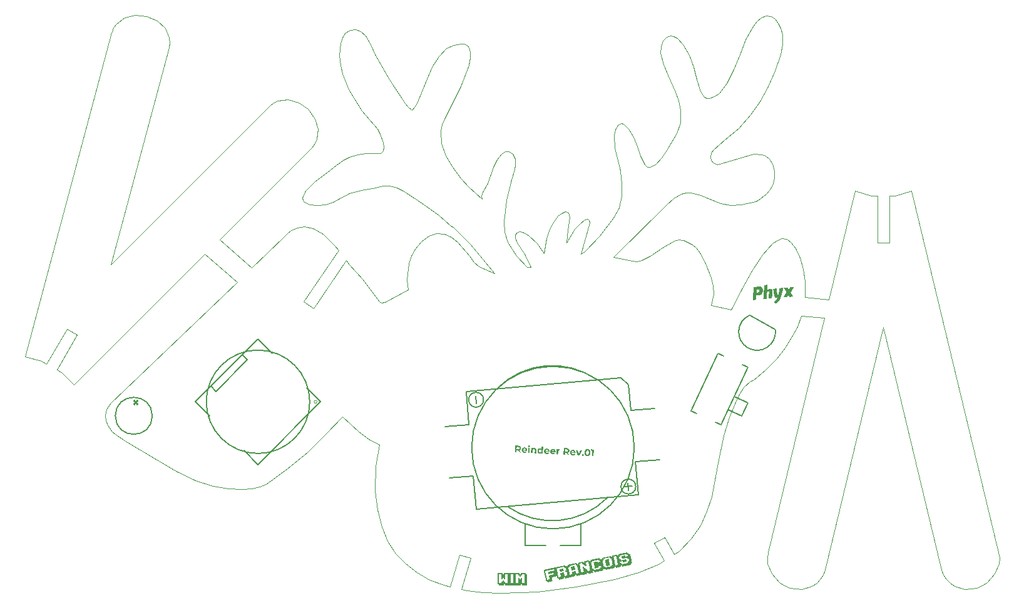
<source format=gto>
G04*
G04 #@! TF.GenerationSoftware,Altium Limited,Altium Designer,25.1.2 (22)*
G04*
G04 Layer_Color=65535*
%FSLAX25Y25*%
%MOIN*%
G70*
G04*
G04 #@! TF.SameCoordinates,B79DADAE-6871-4A3D-A662-253F8C0C8E9A*
G04*
G04*
G04 #@! TF.FilePolarity,Positive*
G04*
G01*
G75*
%ADD10C,0.00394*%
%ADD11C,0.00787*%
%ADD12C,0.00591*%
%ADD13C,0.00984*%
G36*
X397114Y162596D02*
X397348Y162617D01*
X397352Y162578D01*
X397469Y162588D01*
X397472Y162549D01*
X397589Y162559D01*
X397593Y162520D01*
X397710Y162531D01*
X397713Y162492D01*
X397791Y162498D01*
X397795Y162459D01*
X397834Y162463D01*
X397837Y162424D01*
X397915Y162431D01*
X397919Y162392D01*
X397958Y162395D01*
X397961Y162356D01*
X398039Y162363D01*
X398042Y162324D01*
X398081Y162327D01*
X398085Y162288D01*
X398124Y162292D01*
X398127Y162253D01*
X398166Y162256D01*
X398170Y162217D01*
X398209Y162220D01*
X398212Y162181D01*
X398251Y162185D01*
X398255Y162146D01*
X398294Y162149D01*
X398297Y162110D01*
X398301Y162071D01*
X398340Y162074D01*
X398343Y162036D01*
X398382Y162039D01*
X398385Y162000D01*
X398389Y161961D01*
X398428Y161964D01*
X398431Y161925D01*
X398470Y161929D01*
X398474Y161890D01*
X398477Y161851D01*
X398516Y161854D01*
X398519Y161815D01*
X398523Y161776D01*
X398526Y161737D01*
X398565Y161740D01*
X398569Y161701D01*
X398572Y161662D01*
X398576Y161623D01*
X398615Y161627D01*
X398618Y161588D01*
X398622Y161549D01*
X398625Y161510D01*
X398628Y161471D01*
X398667Y161474D01*
X398671Y161435D01*
X398674Y161396D01*
X398678Y161357D01*
X398681Y161318D01*
X398684Y161279D01*
X398723Y161282D01*
X398727Y161243D01*
X398730Y161204D01*
X398734Y161165D01*
X398737Y161126D01*
X398741Y161087D01*
X398744Y161048D01*
X398747Y161009D01*
X398751Y160970D01*
X398754Y160931D01*
X398758Y160892D01*
X398761Y160853D01*
X398764Y160814D01*
X398768Y160775D01*
X398771Y160736D01*
X398775Y160697D01*
X398778Y160658D01*
X398781Y160619D01*
X398785Y160580D01*
X398788Y160541D01*
X398792Y160502D01*
X398753Y160498D01*
X398756Y160459D01*
X398760Y160420D01*
X398763Y160381D01*
X398766Y160342D01*
X398770Y160303D01*
X398773Y160264D01*
X398777Y160225D01*
X398738Y160222D01*
X398741Y160183D01*
X398744Y160144D01*
X398748Y160105D01*
X398751Y160066D01*
X398755Y160027D01*
X398716Y160023D01*
X398719Y159984D01*
X398722Y159945D01*
X398726Y159906D01*
X398729Y159867D01*
X398733Y159828D01*
X398694Y159825D01*
X398697Y159786D01*
X398700Y159747D01*
X398704Y159708D01*
X398665Y159704D01*
X398668Y159665D01*
X398672Y159626D01*
X398675Y159587D01*
X398679Y159548D01*
X398639Y159545D01*
X398643Y159506D01*
X398646Y159467D01*
X398650Y159427D01*
X398611Y159424D01*
X398614Y159385D01*
X398618Y159346D01*
X398579Y159343D01*
X398582Y159304D01*
X398585Y159265D01*
X398589Y159226D01*
X398550Y159222D01*
X398553Y159183D01*
X398557Y159144D01*
X398518Y159141D01*
X398521Y159102D01*
X398524Y159063D01*
X398485Y159059D01*
X398489Y159020D01*
X398492Y158981D01*
X398453Y158978D01*
X398457Y158939D01*
X398417Y158935D01*
X398421Y158896D01*
X398424Y158857D01*
X398385Y158854D01*
X398389Y158815D01*
X398350Y158811D01*
X398353Y158772D01*
X398314Y158769D01*
X398318Y158730D01*
X398321Y158691D01*
X398282Y158687D01*
X398285Y158649D01*
X398246Y158645D01*
X398250Y158606D01*
X398211Y158603D01*
X398214Y158564D01*
X398175Y158560D01*
X398179Y158521D01*
X398140Y158518D01*
X398143Y158479D01*
X398065Y158472D01*
X398068Y158433D01*
X398029Y158429D01*
X398033Y158390D01*
X397955Y158384D01*
X397958Y158345D01*
X397919Y158341D01*
X397922Y158302D01*
X397844Y158295D01*
X397848Y158256D01*
X397731Y158246D01*
X397734Y158207D01*
X397617Y158197D01*
X397620Y158158D01*
X397503Y158148D01*
X397507Y158108D01*
X397273Y158088D01*
X397276Y158049D01*
X396573Y157987D01*
X396570Y158027D01*
X396219Y157996D01*
X396216Y158035D01*
X395942Y158011D01*
X395939Y158050D01*
X395744Y158033D01*
X395740Y158072D01*
X395545Y158055D01*
X395542Y158094D01*
X395347Y158077D01*
X395350Y158038D01*
X395354Y157999D01*
X395357Y157960D01*
X395360Y157921D01*
X395364Y157882D01*
X395367Y157843D01*
X395371Y157804D01*
X395332Y157800D01*
X395335Y157761D01*
X395338Y157722D01*
X395342Y157683D01*
X395345Y157644D01*
X395349Y157605D01*
X395352Y157566D01*
X395313Y157563D01*
X395316Y157524D01*
X395320Y157484D01*
X395323Y157446D01*
X395327Y157406D01*
X395330Y157368D01*
X395333Y157328D01*
X395294Y157325D01*
X395298Y157286D01*
X395301Y157247D01*
X395305Y157208D01*
X395308Y157169D01*
X395311Y157130D01*
X395315Y157091D01*
X395318Y157052D01*
X395279Y157048D01*
X395283Y157009D01*
X395286Y156970D01*
X395290Y156931D01*
X395293Y156892D01*
X395296Y156853D01*
X395300Y156814D01*
X395261Y156811D01*
X395264Y156772D01*
X395268Y156733D01*
X395271Y156694D01*
X395274Y156655D01*
X395278Y156616D01*
X395281Y156577D01*
X395242Y156573D01*
X395246Y156534D01*
X395249Y156495D01*
X395252Y156456D01*
X395256Y156417D01*
X395259Y156378D01*
X395263Y156339D01*
X395266Y156300D01*
X395227Y156297D01*
X395231Y156258D01*
X395234Y156219D01*
X395237Y156180D01*
X395241Y156140D01*
X395244Y156102D01*
X395248Y156062D01*
X395209Y156059D01*
X395212Y156020D01*
X395215Y155981D01*
X395219Y155942D01*
X395222Y155903D01*
X395226Y155864D01*
X395229Y155825D01*
X395190Y155822D01*
X395193Y155782D01*
X395197Y155744D01*
X395200Y155704D01*
X395204Y155665D01*
X395207Y155626D01*
X395211Y155587D01*
X395214Y155548D01*
X393380Y155388D01*
X393376Y155427D01*
X393415Y155430D01*
X393412Y155469D01*
X393408Y155508D01*
X393405Y155547D01*
X393402Y155586D01*
X393398Y155625D01*
X393437Y155629D01*
X393434Y155668D01*
X393430Y155707D01*
X393427Y155746D01*
X393424Y155785D01*
X393420Y155824D01*
X393417Y155863D01*
X393413Y155902D01*
X393452Y155905D01*
X393449Y155945D01*
X393445Y155983D01*
X393442Y156023D01*
X393439Y156061D01*
X393435Y156101D01*
X393432Y156140D01*
X393471Y156143D01*
X393467Y156182D01*
X393464Y156221D01*
X393461Y156260D01*
X393457Y156299D01*
X393454Y156338D01*
X393450Y156377D01*
X393489Y156381D01*
X393486Y156420D01*
X393483Y156459D01*
X393479Y156498D01*
X393476Y156537D01*
X393472Y156576D01*
X393469Y156615D01*
X393465Y156654D01*
X393505Y156657D01*
X393501Y156696D01*
X393498Y156735D01*
X393494Y156774D01*
X393491Y156813D01*
X393488Y156852D01*
X393484Y156891D01*
X393523Y156895D01*
X393520Y156934D01*
X393516Y156973D01*
X393513Y157012D01*
X393509Y157051D01*
X393506Y157090D01*
X393503Y157129D01*
X393542Y157132D01*
X393538Y157171D01*
X393535Y157210D01*
X393531Y157249D01*
X393528Y157289D01*
X393525Y157327D01*
X393521Y157367D01*
X393560Y157370D01*
X393557Y157409D01*
X393553Y157448D01*
X393550Y157487D01*
X393547Y157526D01*
X393543Y157565D01*
X393540Y157604D01*
X393536Y157643D01*
X393575Y157647D01*
X393572Y157686D01*
X393568Y157725D01*
X393565Y157764D01*
X393562Y157803D01*
X393558Y157842D01*
X393555Y157881D01*
X393594Y157884D01*
X393590Y157923D01*
X393587Y157962D01*
X393584Y158001D01*
X393580Y158040D01*
X393577Y158079D01*
X393573Y158118D01*
X393612Y158122D01*
X393609Y158161D01*
X393606Y158200D01*
X393602Y158239D01*
X393599Y158278D01*
X393595Y158317D01*
X393592Y158356D01*
X393631Y158359D01*
X393628Y158398D01*
X393624Y158437D01*
X393621Y158476D01*
X393617Y158515D01*
X393614Y158554D01*
X393610Y158593D01*
X393607Y158633D01*
X393646Y158636D01*
X393643Y158675D01*
X393639Y158714D01*
X393636Y158753D01*
X393632Y158792D01*
X393629Y158831D01*
X393626Y158870D01*
X393665Y158873D01*
X393661Y158912D01*
X393658Y158951D01*
X393654Y158991D01*
X393651Y159029D01*
X393648Y159069D01*
X393644Y159108D01*
X393683Y159111D01*
X393680Y159150D01*
X393676Y159189D01*
X393673Y159228D01*
X393670Y159267D01*
X393666Y159306D01*
X393663Y159345D01*
X393659Y159384D01*
X393698Y159388D01*
X393695Y159427D01*
X393691Y159466D01*
X393688Y159505D01*
X393685Y159544D01*
X393681Y159583D01*
X393678Y159622D01*
X393717Y159625D01*
X393713Y159664D01*
X393710Y159703D01*
X393707Y159742D01*
X393703Y159781D01*
X393700Y159820D01*
X393696Y159859D01*
X393735Y159863D01*
X393732Y159902D01*
X393728Y159941D01*
X393725Y159980D01*
X393722Y160019D01*
X393718Y160058D01*
X393715Y160097D01*
X393754Y160100D01*
X393751Y160139D01*
X393747Y160178D01*
X393744Y160217D01*
X393740Y160256D01*
X393737Y160295D01*
X393733Y160335D01*
X393730Y160373D01*
X393769Y160377D01*
X393766Y160416D01*
X393762Y160455D01*
X393759Y160494D01*
X393755Y160533D01*
X393752Y160572D01*
X393748Y160611D01*
X393788Y160615D01*
X393784Y160653D01*
X393781Y160693D01*
X393777Y160732D01*
X393774Y160771D01*
X393771Y160810D01*
X393767Y160849D01*
X393806Y160852D01*
X393803Y160891D01*
X393799Y160930D01*
X393796Y160969D01*
X393792Y161008D01*
X393789Y161047D01*
X393786Y161086D01*
X393782Y161125D01*
X393821Y161129D01*
X393818Y161168D01*
X393814Y161207D01*
X393811Y161246D01*
X393808Y161285D01*
X393804Y161324D01*
X393801Y161363D01*
X393840Y161366D01*
X393836Y161405D01*
X393833Y161444D01*
X393829Y161483D01*
X393826Y161522D01*
X393823Y161561D01*
X393819Y161600D01*
X393858Y161604D01*
X393855Y161643D01*
X393851Y161682D01*
X393848Y161721D01*
X393845Y161760D01*
X393841Y161799D01*
X393838Y161838D01*
X393834Y161877D01*
X393873Y161880D01*
X393870Y161919D01*
X393867Y161959D01*
X393863Y161997D01*
X393860Y162037D01*
X393856Y162076D01*
X393853Y162115D01*
X393892Y162118D01*
X393888Y162157D01*
X393885Y162196D01*
X393882Y162235D01*
X393878Y162274D01*
X393875Y162313D01*
X393871Y162352D01*
X397111Y162636D01*
X397114Y162596D01*
D02*
G37*
G36*
X401327Y163437D02*
X401331Y163398D01*
X401291Y163395D01*
X401295Y163356D01*
X401298Y163317D01*
X401302Y163277D01*
X401305Y163239D01*
X401308Y163199D01*
X401312Y163160D01*
X401273Y163157D01*
X401276Y163118D01*
X401280Y163079D01*
X401283Y163040D01*
X401287Y163001D01*
X401290Y162962D01*
X401293Y162923D01*
X401254Y162919D01*
X401258Y162880D01*
X401261Y162841D01*
X401265Y162802D01*
X401268Y162763D01*
X401271Y162724D01*
X401275Y162685D01*
X401278Y162646D01*
X401239Y162643D01*
X401243Y162604D01*
X401246Y162565D01*
X401250Y162526D01*
X401253Y162487D01*
X401256Y162448D01*
X401260Y162409D01*
X401221Y162405D01*
X401224Y162366D01*
X401228Y162327D01*
X401231Y162288D01*
X401234Y162249D01*
X401238Y162210D01*
X401241Y162171D01*
X401202Y162168D01*
X401205Y162129D01*
X401209Y162090D01*
X401212Y162051D01*
X401216Y162012D01*
X401219Y161973D01*
X401223Y161934D01*
X401226Y161895D01*
X401187Y161891D01*
X401190Y161852D01*
X401194Y161813D01*
X401197Y161774D01*
X401201Y161735D01*
X401204Y161696D01*
X401207Y161657D01*
X401168Y161653D01*
X401172Y161615D01*
X401175Y161575D01*
X401179Y161536D01*
X401182Y161497D01*
X401186Y161458D01*
X401189Y161419D01*
X401150Y161416D01*
X401153Y161377D01*
X401157Y161338D01*
X401160Y161299D01*
X401164Y161260D01*
X401167Y161221D01*
X401170Y161182D01*
X401131Y161178D01*
X401135Y161139D01*
X401138Y161100D01*
X401142Y161061D01*
X401145Y161022D01*
X401149Y160983D01*
X401152Y160944D01*
X401155Y160905D01*
X401116Y160902D01*
X401120Y160863D01*
X401123Y160824D01*
X401126Y160785D01*
X401130Y160746D01*
X401133Y160707D01*
X401137Y160668D01*
X401098Y160664D01*
X401101Y160625D01*
X401105Y160586D01*
X401183Y160593D01*
X401179Y160632D01*
X401218Y160635D01*
X401215Y160674D01*
X401254Y160678D01*
X401251Y160717D01*
X401329Y160724D01*
X401325Y160763D01*
X401364Y160766D01*
X401361Y160805D01*
X401400Y160809D01*
X401396Y160848D01*
X401474Y160854D01*
X401471Y160893D01*
X401549Y160900D01*
X401546Y160939D01*
X401585Y160943D01*
X401581Y160982D01*
X401659Y160989D01*
X401656Y161028D01*
X401773Y161038D01*
X401769Y161077D01*
X401848Y161084D01*
X401844Y161123D01*
X401961Y161133D01*
X401958Y161172D01*
X402153Y161189D01*
X402149Y161228D01*
X403008Y161303D01*
X403012Y161264D01*
X403168Y161278D01*
X403171Y161239D01*
X403288Y161249D01*
X403292Y161210D01*
X403370Y161217D01*
X403373Y161178D01*
X403412Y161181D01*
X403415Y161142D01*
X403493Y161149D01*
X403497Y161110D01*
X403536Y161113D01*
X403539Y161074D01*
X403578Y161078D01*
X403582Y161039D01*
X403621Y161042D01*
X403624Y161003D01*
X403663Y161007D01*
X403667Y160968D01*
X403670Y160929D01*
X403709Y160932D01*
X403713Y160893D01*
X403716Y160854D01*
X403755Y160857D01*
X403758Y160818D01*
X403762Y160779D01*
X403765Y160740D01*
X403804Y160744D01*
X403808Y160705D01*
X403811Y160666D01*
X403815Y160627D01*
X403818Y160588D01*
X403857Y160591D01*
X403860Y160552D01*
X403864Y160513D01*
X403867Y160474D01*
X403871Y160435D01*
X403874Y160396D01*
X403877Y160357D01*
X403881Y160318D01*
X403884Y160279D01*
X403888Y160240D01*
X403891Y160201D01*
X403895Y160162D01*
X403898Y160123D01*
X403901Y160084D01*
X403905Y160045D01*
X403908Y160006D01*
X403911Y159967D01*
X403915Y159927D01*
X403918Y159889D01*
X403879Y159885D01*
X403883Y159846D01*
X403886Y159807D01*
X403890Y159768D01*
X403893Y159729D01*
X403896Y159690D01*
X403900Y159651D01*
X403903Y159612D01*
X403864Y159608D01*
X403868Y159570D01*
X403871Y159530D01*
X403874Y159491D01*
X403878Y159452D01*
X403881Y159413D01*
X403885Y159374D01*
X403888Y159335D01*
X403849Y159332D01*
X403853Y159293D01*
X403856Y159254D01*
X403859Y159215D01*
X403863Y159176D01*
X403866Y159137D01*
X403870Y159098D01*
X403831Y159094D01*
X403834Y159055D01*
X403837Y159016D01*
X403841Y158977D01*
X403844Y158938D01*
X403848Y158899D01*
X403851Y158860D01*
X403812Y158857D01*
X403816Y158818D01*
X403819Y158779D01*
X403822Y158740D01*
X403826Y158701D01*
X403829Y158662D01*
X403832Y158623D01*
X403793Y158619D01*
X403797Y158580D01*
X403800Y158541D01*
X403804Y158502D01*
X403807Y158463D01*
X403811Y158424D01*
X403814Y158385D01*
X403817Y158346D01*
X403778Y158343D01*
X403782Y158303D01*
X403785Y158265D01*
X403789Y158226D01*
X403792Y158186D01*
X403795Y158147D01*
X403799Y158108D01*
X403760Y158105D01*
X403763Y158066D01*
X403767Y158027D01*
X403770Y157988D01*
X403773Y157949D01*
X403777Y157910D01*
X403780Y157871D01*
X403741Y157867D01*
X403745Y157828D01*
X403748Y157789D01*
X403752Y157750D01*
X403755Y157711D01*
X403758Y157672D01*
X403762Y157633D01*
X403765Y157594D01*
X403726Y157591D01*
X403730Y157552D01*
X403733Y157513D01*
X403736Y157474D01*
X403740Y157435D01*
X403743Y157396D01*
X403747Y157357D01*
X403708Y157353D01*
X403711Y157314D01*
X403714Y157275D01*
X403718Y157236D01*
X403721Y157197D01*
X403725Y157158D01*
X403728Y157119D01*
X403689Y157116D01*
X403692Y157077D01*
X403696Y157038D01*
X403699Y156999D01*
X403703Y156960D01*
X403706Y156921D01*
X403710Y156881D01*
X403671Y156878D01*
X403674Y156839D01*
X403677Y156800D01*
X403681Y156761D01*
X403684Y156722D01*
X403688Y156683D01*
X403691Y156644D01*
X403694Y156605D01*
X403655Y156602D01*
X403659Y156562D01*
X403662Y156523D01*
X403666Y156484D01*
X403669Y156445D01*
X403673Y156406D01*
X403676Y156367D01*
X403637Y156364D01*
X403640Y156325D01*
X403644Y156286D01*
X401848Y156129D01*
X401845Y156168D01*
X401842Y156207D01*
X401881Y156210D01*
X401877Y156249D01*
X401874Y156288D01*
X401870Y156327D01*
X401867Y156366D01*
X401864Y156405D01*
X401860Y156444D01*
X401899Y156448D01*
X401896Y156487D01*
X401892Y156526D01*
X401889Y156565D01*
X401886Y156604D01*
X401882Y156643D01*
X401879Y156682D01*
X401875Y156721D01*
X401914Y156724D01*
X401911Y156764D01*
X401907Y156802D01*
X401904Y156842D01*
X401901Y156880D01*
X401897Y156920D01*
X401894Y156959D01*
X401933Y156962D01*
X401930Y157001D01*
X401926Y157040D01*
X401923Y157079D01*
X401919Y157118D01*
X401916Y157157D01*
X401912Y157196D01*
X401951Y157200D01*
X401948Y157239D01*
X401945Y157278D01*
X401941Y157317D01*
X401938Y157356D01*
X401934Y157395D01*
X401931Y157434D01*
X401928Y157473D01*
X401966Y157476D01*
X401963Y157515D01*
X401960Y157554D01*
X401956Y157593D01*
X401953Y157632D01*
X401950Y157671D01*
X401946Y157710D01*
X401985Y157714D01*
X401982Y157753D01*
X401978Y157792D01*
X401975Y157831D01*
X401971Y157870D01*
X401968Y157909D01*
X401965Y157948D01*
X401961Y157987D01*
X402000Y157990D01*
X401997Y158029D01*
X401993Y158068D01*
X401990Y158107D01*
X401987Y158147D01*
X401983Y158186D01*
X401980Y158224D01*
X402019Y158228D01*
X402015Y158267D01*
X402012Y158306D01*
X402008Y158345D01*
X402005Y158384D01*
X402002Y158423D01*
X401998Y158462D01*
X402037Y158466D01*
X402034Y158504D01*
X402031Y158544D01*
X402027Y158583D01*
X402024Y158622D01*
X402020Y158661D01*
X402017Y158700D01*
X402056Y158703D01*
X402052Y158742D01*
X402049Y158781D01*
X402046Y158820D01*
X402042Y158859D01*
X402039Y158898D01*
X402035Y158937D01*
X402032Y158976D01*
X402071Y158980D01*
X402068Y159019D01*
X402064Y159058D01*
X402061Y159097D01*
X402057Y159136D01*
X402054Y159175D01*
X402050Y159214D01*
X402090Y159217D01*
X402086Y159256D01*
X402083Y159295D01*
X402079Y159334D01*
X402076Y159373D01*
X402072Y159412D01*
X402069Y159451D01*
X402066Y159490D01*
X402105Y159494D01*
X402101Y159533D01*
X402098Y159572D01*
X402094Y159611D01*
X402091Y159650D01*
X402088Y159689D01*
X402084Y159728D01*
X402045Y159725D01*
X402042Y159764D01*
X402038Y159803D01*
X401999Y159799D01*
X401996Y159838D01*
X401957Y159835D01*
X401953Y159874D01*
X401875Y159867D01*
X401872Y159906D01*
X401638Y159886D01*
X401641Y159847D01*
X401446Y159829D01*
X401449Y159791D01*
X401332Y159780D01*
X401336Y159741D01*
X401258Y159734D01*
X401261Y159695D01*
X401222Y159692D01*
X401226Y159653D01*
X401148Y159646D01*
X401151Y159607D01*
X401112Y159604D01*
X401115Y159565D01*
X401076Y159561D01*
X401080Y159522D01*
X401083Y159483D01*
X401044Y159480D01*
X401048Y159441D01*
X401051Y159402D01*
X401054Y159363D01*
X401015Y159359D01*
X401019Y159320D01*
X401022Y159281D01*
X401025Y159242D01*
X401029Y159203D01*
X401032Y159164D01*
X401036Y159125D01*
X400997Y159122D01*
X401000Y159083D01*
X401004Y159044D01*
X401007Y159005D01*
X401010Y158966D01*
X401014Y158926D01*
X401017Y158888D01*
X401021Y158849D01*
X400982Y158845D01*
X400985Y158806D01*
X400988Y158767D01*
X400992Y158728D01*
X400995Y158689D01*
X400999Y158650D01*
X401002Y158611D01*
X400963Y158607D01*
X400967Y158568D01*
X400970Y158529D01*
X400973Y158490D01*
X400977Y158451D01*
X400980Y158412D01*
X400984Y158373D01*
X400945Y158370D01*
X400948Y158331D01*
X400951Y158292D01*
X400955Y158253D01*
X400958Y158214D01*
X400962Y158175D01*
X400965Y158136D01*
X400926Y158132D01*
X400929Y158093D01*
X400933Y158054D01*
X400936Y158015D01*
X400940Y157976D01*
X400943Y157937D01*
X400947Y157898D01*
X400950Y157859D01*
X400911Y157856D01*
X400914Y157817D01*
X400918Y157778D01*
X400921Y157739D01*
X400924Y157700D01*
X400928Y157661D01*
X400931Y157622D01*
X400892Y157618D01*
X400896Y157579D01*
X400899Y157540D01*
X400903Y157501D01*
X400906Y157462D01*
X400909Y157423D01*
X400913Y157384D01*
X400874Y157381D01*
X400877Y157342D01*
X400881Y157302D01*
X400884Y157264D01*
X400887Y157225D01*
X400891Y157185D01*
X400894Y157146D01*
X400898Y157107D01*
X400859Y157104D01*
X400862Y157065D01*
X400866Y157026D01*
X400869Y156987D01*
X400872Y156948D01*
X400876Y156909D01*
X400879Y156870D01*
X400840Y156866D01*
X400843Y156827D01*
X400847Y156788D01*
X400850Y156749D01*
X400854Y156710D01*
X400857Y156671D01*
X400861Y156632D01*
X400822Y156629D01*
X400825Y156590D01*
X400828Y156551D01*
X400832Y156512D01*
X400835Y156473D01*
X400839Y156434D01*
X400842Y156395D01*
X400803Y156391D01*
X400807Y156352D01*
X400810Y156313D01*
X400813Y156274D01*
X400817Y156235D01*
X400820Y156196D01*
X400823Y156157D01*
X400827Y156118D01*
X400788Y156115D01*
X400791Y156076D01*
X400795Y156037D01*
X399000Y155879D01*
X398996Y155919D01*
X398993Y155958D01*
X399032Y155961D01*
X399028Y156000D01*
X399025Y156039D01*
X399022Y156078D01*
X399018Y156117D01*
X399015Y156156D01*
X399011Y156195D01*
X399008Y156234D01*
X399047Y156238D01*
X399043Y156277D01*
X399040Y156316D01*
X399037Y156355D01*
X399033Y156394D01*
X399030Y156433D01*
X399026Y156472D01*
X399065Y156475D01*
X399062Y156514D01*
X399059Y156553D01*
X399055Y156592D01*
X399052Y156631D01*
X399048Y156670D01*
X399045Y156709D01*
X399084Y156713D01*
X399080Y156752D01*
X399077Y156791D01*
X399074Y156830D01*
X399070Y156869D01*
X399067Y156908D01*
X399063Y156947D01*
X399060Y156986D01*
X399099Y156989D01*
X399096Y157028D01*
X399092Y157067D01*
X399089Y157106D01*
X399085Y157146D01*
X399082Y157185D01*
X399078Y157223D01*
X399118Y157227D01*
X399114Y157266D01*
X399111Y157305D01*
X399107Y157344D01*
X399104Y157383D01*
X399100Y157422D01*
X399097Y157461D01*
X399136Y157465D01*
X399133Y157503D01*
X399129Y157543D01*
X399126Y157582D01*
X399123Y157621D01*
X399119Y157660D01*
X399116Y157699D01*
X399155Y157702D01*
X399151Y157741D01*
X399148Y157780D01*
X399144Y157819D01*
X399141Y157858D01*
X399138Y157897D01*
X399134Y157936D01*
X399131Y157975D01*
X399170Y157979D01*
X399166Y158018D01*
X399163Y158057D01*
X399160Y158096D01*
X399156Y158135D01*
X399153Y158174D01*
X399149Y158213D01*
X399188Y158216D01*
X399185Y158255D01*
X399182Y158294D01*
X399178Y158333D01*
X399175Y158372D01*
X399171Y158411D01*
X399168Y158450D01*
X399207Y158454D01*
X399203Y158493D01*
X399200Y158532D01*
X399197Y158571D01*
X399193Y158610D01*
X399190Y158649D01*
X399186Y158688D01*
X399183Y158727D01*
X399222Y158730D01*
X399219Y158770D01*
X399215Y158809D01*
X399212Y158847D01*
X399208Y158887D01*
X399205Y158926D01*
X399201Y158965D01*
X399240Y158968D01*
X399237Y159007D01*
X399234Y159046D01*
X399230Y159085D01*
X399227Y159124D01*
X399223Y159163D01*
X399220Y159202D01*
X399259Y159206D01*
X399256Y159245D01*
X399252Y159284D01*
X399249Y159323D01*
X399245Y159362D01*
X399242Y159401D01*
X399239Y159440D01*
X399278Y159443D01*
X399274Y159482D01*
X399271Y159521D01*
X399267Y159560D01*
X399264Y159599D01*
X399260Y159638D01*
X399257Y159677D01*
X399254Y159716D01*
X399293Y159720D01*
X399289Y159759D01*
X399286Y159798D01*
X399283Y159837D01*
X399279Y159876D01*
X399276Y159915D01*
X399272Y159954D01*
X399311Y159957D01*
X399308Y159996D01*
X399304Y160035D01*
X399301Y160074D01*
X399298Y160113D01*
X399294Y160152D01*
X399291Y160192D01*
X399330Y160195D01*
X399326Y160234D01*
X399323Y160273D01*
X399320Y160312D01*
X399316Y160351D01*
X399313Y160390D01*
X399309Y160429D01*
X399348Y160433D01*
X399345Y160471D01*
X399342Y160511D01*
X399338Y160550D01*
X399335Y160589D01*
X399331Y160628D01*
X399328Y160667D01*
X399324Y160706D01*
X399363Y160709D01*
X399360Y160748D01*
X399357Y160787D01*
X399353Y160826D01*
X399350Y160865D01*
X399346Y160904D01*
X399343Y160943D01*
X399382Y160947D01*
X399379Y160986D01*
X399375Y161025D01*
X399372Y161064D01*
X399368Y161103D01*
X399365Y161142D01*
X399361Y161181D01*
X399401Y161184D01*
X399397Y161223D01*
X399394Y161262D01*
X399390Y161301D01*
X399387Y161340D01*
X399383Y161379D01*
X399380Y161418D01*
X399377Y161457D01*
X399416Y161461D01*
X399412Y161500D01*
X399409Y161539D01*
X399406Y161578D01*
X399402Y161617D01*
X399399Y161656D01*
X399395Y161695D01*
X399434Y161698D01*
X399431Y161737D01*
X399427Y161776D01*
X399424Y161816D01*
X399421Y161855D01*
X399417Y161894D01*
X399414Y161933D01*
X399453Y161936D01*
X399449Y161975D01*
X399446Y162014D01*
X399443Y162053D01*
X399439Y162092D01*
X399436Y162131D01*
X399432Y162170D01*
X399471Y162174D01*
X399468Y162213D01*
X399465Y162252D01*
X399461Y162291D01*
X399458Y162330D01*
X399454Y162369D01*
X399451Y162408D01*
X399447Y162447D01*
X399486Y162450D01*
X399483Y162489D01*
X399480Y162528D01*
X399476Y162567D01*
X399473Y162606D01*
X399469Y162645D01*
X399466Y162684D01*
X399505Y162688D01*
X399502Y162727D01*
X399498Y162766D01*
X399495Y162805D01*
X399491Y162844D01*
X399488Y162883D01*
X399484Y162922D01*
X399523Y162925D01*
X399520Y162964D01*
X399517Y163003D01*
X399513Y163042D01*
X399510Y163081D01*
X399506Y163120D01*
X399503Y163160D01*
X399500Y163198D01*
X399539Y163202D01*
X399535Y163241D01*
X399532Y163280D01*
X399528Y163319D01*
X401324Y163476D01*
X401327Y163437D01*
D02*
G37*
G36*
X409419Y161746D02*
X409422Y161707D01*
X409426Y161668D01*
X409429Y161629D01*
X409432Y161590D01*
X409436Y161551D01*
X409439Y161512D01*
X409443Y161473D01*
X409446Y161434D01*
X409449Y161395D01*
X409453Y161356D01*
X409456Y161317D01*
X409460Y161278D01*
X409463Y161239D01*
X409467Y161200D01*
X409470Y161161D01*
X409473Y161122D01*
X409477Y161083D01*
X409480Y161044D01*
X409484Y161005D01*
X409487Y160966D01*
X409448Y160962D01*
X409451Y160923D01*
X409455Y160884D01*
X409458Y160845D01*
X409462Y160806D01*
X409465Y160767D01*
X409426Y160764D01*
X409430Y160725D01*
X409433Y160686D01*
X409436Y160646D01*
X409440Y160608D01*
X409401Y160604D01*
X409404Y160565D01*
X409408Y160526D01*
X409411Y160487D01*
X409414Y160448D01*
X409375Y160445D01*
X409379Y160406D01*
X409382Y160366D01*
X409386Y160327D01*
X409346Y160324D01*
X409350Y160285D01*
X409353Y160246D01*
X409357Y160207D01*
X409318Y160204D01*
X409321Y160164D01*
X409325Y160126D01*
X409328Y160087D01*
X409289Y160083D01*
X409292Y160044D01*
X409296Y160005D01*
X409299Y159966D01*
X409260Y159963D01*
X409264Y159924D01*
X409267Y159885D01*
X409228Y159881D01*
X409231Y159842D01*
X409235Y159803D01*
X409196Y159800D01*
X409199Y159761D01*
X409203Y159722D01*
X409206Y159683D01*
X409167Y159679D01*
X409170Y159640D01*
X409174Y159601D01*
X409135Y159598D01*
X409138Y159559D01*
X409142Y159520D01*
X409145Y159481D01*
X409106Y159477D01*
X409109Y159438D01*
X409113Y159399D01*
X409074Y159396D01*
X409077Y159357D01*
X409081Y159318D01*
X409084Y159279D01*
X409045Y159275D01*
X409049Y159236D01*
X409052Y159197D01*
X409013Y159194D01*
X409016Y159155D01*
X409020Y159116D01*
X409023Y159077D01*
X408984Y159073D01*
X408988Y159034D01*
X408991Y158995D01*
X408952Y158992D01*
X408955Y158953D01*
X408959Y158914D01*
X408962Y158875D01*
X408923Y158871D01*
X408926Y158832D01*
X408930Y158793D01*
X408891Y158790D01*
X408894Y158751D01*
X408898Y158712D01*
X408901Y158673D01*
X408862Y158669D01*
X408865Y158630D01*
X408869Y158591D01*
X408830Y158588D01*
X408833Y158549D01*
X408837Y158510D01*
X408840Y158471D01*
X408801Y158467D01*
X408805Y158428D01*
X408808Y158389D01*
X408769Y158386D01*
X408772Y158347D01*
X408776Y158308D01*
X408779Y158269D01*
X408740Y158265D01*
X408743Y158226D01*
X408747Y158187D01*
X408708Y158184D01*
X408711Y158145D01*
X408715Y158106D01*
X408718Y158067D01*
X408679Y158063D01*
X408683Y158024D01*
X408686Y157985D01*
X408647Y157982D01*
X408650Y157943D01*
X408654Y157904D01*
X408657Y157865D01*
X408618Y157861D01*
X408622Y157823D01*
X408625Y157783D01*
X408586Y157780D01*
X408589Y157741D01*
X408593Y157702D01*
X408596Y157663D01*
X408557Y157659D01*
X408561Y157621D01*
X408564Y157581D01*
X408525Y157578D01*
X408528Y157539D01*
X408532Y157500D01*
X408535Y157461D01*
X408496Y157458D01*
X408500Y157419D01*
X408503Y157379D01*
X408464Y157376D01*
X408467Y157337D01*
X408471Y157298D01*
X408474Y157259D01*
X408435Y157256D01*
X408439Y157217D01*
X408442Y157178D01*
X408403Y157174D01*
X408406Y157135D01*
X408410Y157096D01*
X408413Y157057D01*
X408374Y157054D01*
X408378Y157015D01*
X408381Y156976D01*
X408342Y156972D01*
X408346Y156933D01*
X408349Y156894D01*
X408352Y156855D01*
X408313Y156852D01*
X408317Y156813D01*
X408320Y156774D01*
X408281Y156770D01*
X408285Y156731D01*
X408288Y156692D01*
X408291Y156653D01*
X408252Y156650D01*
X408256Y156611D01*
X408259Y156572D01*
X408220Y156568D01*
X408223Y156529D01*
X408227Y156490D01*
X408188Y156487D01*
X408191Y156448D01*
X408195Y156409D01*
X408156Y156405D01*
X408159Y156366D01*
X408162Y156327D01*
X408166Y156288D01*
X408127Y156285D01*
X408130Y156246D01*
X408091Y156242D01*
X408095Y156203D01*
X408098Y156164D01*
X408102Y156125D01*
X408063Y156122D01*
X408066Y156083D01*
X408027Y156079D01*
X408030Y156040D01*
X408034Y156001D01*
X407995Y155998D01*
X407998Y155959D01*
X408002Y155920D01*
X407963Y155917D01*
X407966Y155877D01*
X407969Y155838D01*
X407930Y155835D01*
X407934Y155796D01*
X407937Y155757D01*
X407898Y155754D01*
X407901Y155715D01*
X407863Y155711D01*
X407866Y155672D01*
X407869Y155633D01*
X407830Y155630D01*
X407834Y155591D01*
X407837Y155552D01*
X407798Y155548D01*
X407801Y155509D01*
X407762Y155506D01*
X407766Y155467D01*
X407727Y155463D01*
X407730Y155424D01*
X407734Y155385D01*
X407695Y155382D01*
X407698Y155343D01*
X407659Y155339D01*
X407662Y155300D01*
X407666Y155261D01*
X407627Y155258D01*
X407630Y155219D01*
X407591Y155216D01*
X407595Y155176D01*
X407556Y155173D01*
X407559Y155134D01*
X407562Y155095D01*
X407523Y155092D01*
X407527Y155052D01*
X407488Y155049D01*
X407491Y155010D01*
X407452Y155007D01*
X407456Y154968D01*
X407417Y154964D01*
X407420Y154925D01*
X407381Y154922D01*
X407384Y154883D01*
X407388Y154844D01*
X407349Y154840D01*
X407352Y154801D01*
X407313Y154798D01*
X407317Y154759D01*
X407278Y154755D01*
X407281Y154716D01*
X407242Y154713D01*
X407245Y154674D01*
X407206Y154671D01*
X407210Y154631D01*
X407171Y154628D01*
X407174Y154589D01*
X407135Y154586D01*
X407138Y154547D01*
X407060Y154540D01*
X407064Y154501D01*
X407025Y154497D01*
X407028Y154458D01*
X406989Y154455D01*
X406993Y154416D01*
X406954Y154412D01*
X406957Y154374D01*
X406918Y154370D01*
X406921Y154331D01*
X406843Y154324D01*
X406847Y154285D01*
X406808Y154282D01*
X406811Y154243D01*
X406733Y154236D01*
X406737Y154197D01*
X406698Y154193D01*
X406701Y154155D01*
X406623Y154148D01*
X406626Y154109D01*
X406587Y154105D01*
X406591Y154066D01*
X406513Y154059D01*
X406516Y154020D01*
X406438Y154014D01*
X406441Y153974D01*
X406363Y153968D01*
X406367Y153929D01*
X406289Y153922D01*
X406292Y153883D01*
X406214Y153876D01*
X406217Y153837D01*
X406100Y153827D01*
X406104Y153788D01*
X406026Y153781D01*
X406029Y153742D01*
X405912Y153732D01*
X405915Y153692D01*
X405759Y153679D01*
X405763Y153640D01*
X405607Y153626D01*
X405610Y153587D01*
X405376Y153567D01*
X405379Y153528D01*
X405106Y153504D01*
X405110Y153465D01*
X405071Y153461D01*
X405067Y153500D01*
X405064Y153539D01*
X405060Y153578D01*
X405057Y153617D01*
X405054Y153656D01*
X405050Y153695D01*
X405047Y153734D01*
X405043Y153773D01*
X405040Y153813D01*
X405036Y153851D01*
X405033Y153891D01*
X405030Y153930D01*
X405026Y153969D01*
X405023Y154008D01*
X405019Y154047D01*
X405016Y154086D01*
X405013Y154125D01*
X405009Y154164D01*
X405006Y154203D01*
X405002Y154242D01*
X404999Y154281D01*
X404995Y154320D01*
X404992Y154359D01*
X404989Y154398D01*
X404985Y154437D01*
X404982Y154476D01*
X404978Y154515D01*
X404975Y154554D01*
X404972Y154593D01*
X404968Y154632D01*
X404965Y154671D01*
X404961Y154710D01*
X404958Y154749D01*
X405036Y154756D01*
X405032Y154795D01*
X405111Y154802D01*
X405107Y154841D01*
X405185Y154848D01*
X405182Y154887D01*
X405260Y154894D01*
X405257Y154933D01*
X405335Y154939D01*
X405331Y154978D01*
X405409Y154985D01*
X405406Y155024D01*
X405445Y155028D01*
X405441Y155067D01*
X405519Y155074D01*
X405516Y155113D01*
X405555Y155116D01*
X405552Y155155D01*
X405630Y155162D01*
X405626Y155201D01*
X405665Y155204D01*
X405662Y155243D01*
X405701Y155247D01*
X405697Y155286D01*
X405775Y155293D01*
X405772Y155332D01*
X405811Y155335D01*
X405808Y155374D01*
X405847Y155377D01*
X405843Y155417D01*
X405882Y155420D01*
X405879Y155459D01*
X405918Y155462D01*
X405915Y155501D01*
X405954Y155505D01*
X405950Y155544D01*
X405989Y155547D01*
X405986Y155586D01*
X406025Y155590D01*
X406021Y155629D01*
X406060Y155632D01*
X406057Y155671D01*
X406096Y155675D01*
X406093Y155714D01*
X406132Y155717D01*
X406128Y155756D01*
X406167Y155759D01*
X406164Y155798D01*
X406160Y155838D01*
X406199Y155841D01*
X406196Y155880D01*
X406235Y155883D01*
X406232Y155922D01*
X406271Y155926D01*
X406267Y155965D01*
X406264Y156004D01*
X406303Y156007D01*
X406299Y156046D01*
X406339Y156050D01*
X406335Y156089D01*
X406332Y156128D01*
X406371Y156131D01*
X406367Y156170D01*
X406364Y156209D01*
X406403Y156213D01*
X406399Y156252D01*
X406438Y156255D01*
X406435Y156294D01*
X406432Y156333D01*
X406471Y156337D01*
X406467Y156376D01*
X406464Y156415D01*
X406503Y156418D01*
X406499Y156457D01*
X406496Y156496D01*
X406262Y156476D01*
X406258Y156515D01*
X405985Y156491D01*
X405982Y156530D01*
X405826Y156516D01*
X405822Y156555D01*
X405744Y156548D01*
X405741Y156587D01*
X405624Y156577D01*
X405620Y156616D01*
X405542Y156609D01*
X405539Y156648D01*
X405500Y156645D01*
X405497Y156684D01*
X405418Y156677D01*
X405415Y156716D01*
X405376Y156713D01*
X405373Y156752D01*
X405334Y156748D01*
X405330Y156787D01*
X405291Y156784D01*
X405288Y156823D01*
X405249Y156819D01*
X405245Y156859D01*
X405206Y156855D01*
X405203Y156894D01*
X405199Y156933D01*
X405160Y156930D01*
X405157Y156969D01*
X405118Y156965D01*
X405115Y157004D01*
X405111Y157043D01*
X405072Y157040D01*
X405069Y157079D01*
X405065Y157118D01*
X405026Y157115D01*
X405023Y157154D01*
X405019Y157193D01*
X404980Y157189D01*
X404977Y157228D01*
X404974Y157267D01*
X404970Y157306D01*
X404931Y157303D01*
X404928Y157342D01*
X404924Y157381D01*
X404921Y157420D01*
X404917Y157459D01*
X404878Y157456D01*
X404875Y157495D01*
X404872Y157534D01*
X404868Y157573D01*
X404865Y157612D01*
X404861Y157651D01*
X404858Y157690D01*
X404854Y157729D01*
X404815Y157725D01*
X404812Y157764D01*
X404809Y157803D01*
X404805Y157843D01*
X404802Y157881D01*
X404798Y157921D01*
X404795Y157960D01*
X404792Y157999D01*
X404788Y158038D01*
X404785Y158077D01*
X404781Y158116D01*
X404778Y158155D01*
X404775Y158194D01*
X404771Y158233D01*
X404768Y158272D01*
X404764Y158311D01*
X404725Y158307D01*
X404722Y158346D01*
X404718Y158385D01*
X404715Y158424D01*
X404712Y158464D01*
X404708Y158502D01*
X404705Y158542D01*
X404701Y158581D01*
X404698Y158620D01*
X404695Y158659D01*
X404691Y158698D01*
X404688Y158737D01*
X404684Y158776D01*
X404681Y158815D01*
X404677Y158854D01*
X404674Y158893D01*
X404635Y158889D01*
X404632Y158928D01*
X404628Y158967D01*
X404625Y159007D01*
X404621Y159046D01*
X404618Y159084D01*
X404614Y159124D01*
X404611Y159163D01*
X404608Y159202D01*
X404604Y159241D01*
X404601Y159280D01*
X404597Y159319D01*
X404594Y159358D01*
X404591Y159397D01*
X404587Y159436D01*
X404584Y159475D01*
X404580Y159514D01*
X404541Y159510D01*
X404538Y159549D01*
X404534Y159589D01*
X404531Y159627D01*
X404528Y159667D01*
X404524Y159705D01*
X404521Y159745D01*
X404518Y159784D01*
X404514Y159823D01*
X404511Y159862D01*
X404507Y159901D01*
X404504Y159940D01*
X404500Y159979D01*
X404497Y160018D01*
X404494Y160057D01*
X404490Y160096D01*
X404487Y160135D01*
X404448Y160132D01*
X404444Y160170D01*
X404441Y160210D01*
X404437Y160248D01*
X404434Y160287D01*
X404431Y160327D01*
X404427Y160366D01*
X404424Y160405D01*
X404420Y160444D01*
X404417Y160483D01*
X404414Y160522D01*
X404410Y160561D01*
X404407Y160600D01*
X404403Y160639D01*
X404400Y160678D01*
X404361Y160674D01*
X404357Y160713D01*
X404354Y160752D01*
X404351Y160792D01*
X404347Y160830D01*
X404344Y160870D01*
X404340Y160908D01*
X404337Y160948D01*
X404333Y160987D01*
X404330Y161026D01*
X404327Y161065D01*
X404323Y161104D01*
X404320Y161143D01*
X404317Y161182D01*
X404313Y161221D01*
X404310Y161260D01*
X404306Y161299D01*
X404267Y161295D01*
X404264Y161334D01*
X406137Y161498D01*
X406141Y161459D01*
X406144Y161420D01*
X406147Y161381D01*
X406151Y161342D01*
X406154Y161303D01*
X406157Y161264D01*
X406161Y161225D01*
X406164Y161186D01*
X406168Y161147D01*
X406171Y161108D01*
X406175Y161069D01*
X406178Y161030D01*
X406181Y160991D01*
X406185Y160952D01*
X406224Y160955D01*
X406227Y160916D01*
X406231Y160877D01*
X406234Y160838D01*
X406238Y160799D01*
X406241Y160760D01*
X406244Y160721D01*
X406248Y160682D01*
X406251Y160643D01*
X406255Y160604D01*
X406258Y160565D01*
X406261Y160526D01*
X406265Y160487D01*
X406268Y160448D01*
X406272Y160409D01*
X406275Y160370D01*
X406279Y160331D01*
X406282Y160292D01*
X406285Y160253D01*
X406289Y160214D01*
X406292Y160175D01*
X406296Y160136D01*
X406299Y160097D01*
X406302Y160058D01*
X406306Y160019D01*
X406309Y159980D01*
X406313Y159941D01*
X406316Y159902D01*
X406320Y159863D01*
X406323Y159824D01*
X406326Y159784D01*
X406330Y159746D01*
X406333Y159706D01*
X406337Y159668D01*
X406340Y159628D01*
X406343Y159589D01*
X406347Y159550D01*
X406350Y159511D01*
X406354Y159472D01*
X406357Y159433D01*
X406360Y159394D01*
X406364Y159355D01*
X406403Y159359D01*
X406406Y159320D01*
X406367Y159316D01*
X406371Y159277D01*
X406374Y159238D01*
X406413Y159242D01*
X406417Y159203D01*
X406420Y159164D01*
X406423Y159125D01*
X406427Y159086D01*
X406430Y159046D01*
X406434Y159007D01*
X406437Y158968D01*
X406440Y158929D01*
X406444Y158890D01*
X406447Y158851D01*
X406451Y158812D01*
X406454Y158773D01*
X406458Y158734D01*
X406461Y158695D01*
X406464Y158656D01*
X406468Y158617D01*
X406471Y158578D01*
X406475Y158539D01*
X406478Y158500D01*
X406482Y158461D01*
X406485Y158422D01*
X406488Y158383D01*
X406492Y158344D01*
X406495Y158305D01*
X406498Y158266D01*
X406502Y158227D01*
X406541Y158230D01*
X406544Y158191D01*
X406548Y158152D01*
X406551Y158113D01*
X406590Y158117D01*
X406594Y158078D01*
X406633Y158081D01*
X406636Y158042D01*
X406675Y158045D01*
X406678Y158006D01*
X406796Y158017D01*
X406799Y157978D01*
X406916Y157988D01*
X406913Y158027D01*
X406952Y158030D01*
X406948Y158069D01*
X406945Y158108D01*
X406942Y158147D01*
X406981Y158151D01*
X406977Y158190D01*
X406974Y158229D01*
X407013Y158232D01*
X407009Y158271D01*
X407006Y158310D01*
X407002Y158349D01*
X407042Y158353D01*
X407038Y158392D01*
X407035Y158431D01*
X407031Y158470D01*
X407070Y158473D01*
X407067Y158512D01*
X407063Y158551D01*
X407060Y158590D01*
X407099Y158594D01*
X407096Y158633D01*
X407092Y158672D01*
X407089Y158711D01*
X407128Y158714D01*
X407124Y158753D01*
X407121Y158792D01*
X407160Y158796D01*
X407157Y158835D01*
X407153Y158874D01*
X407150Y158913D01*
X407189Y158916D01*
X407185Y158955D01*
X407182Y158994D01*
X407179Y159033D01*
X407218Y159037D01*
X407214Y159076D01*
X407211Y159115D01*
X407207Y159154D01*
X407246Y159157D01*
X407243Y159196D01*
X407240Y159235D01*
X407279Y159239D01*
X407275Y159278D01*
X407272Y159317D01*
X407268Y159356D01*
X407307Y159359D01*
X407304Y159398D01*
X407301Y159437D01*
X407297Y159476D01*
X407336Y159480D01*
X407333Y159519D01*
X407329Y159558D01*
X407326Y159597D01*
X407365Y159600D01*
X407362Y159639D01*
X407358Y159678D01*
X407397Y159682D01*
X407394Y159721D01*
X407390Y159760D01*
X407387Y159799D01*
X407426Y159802D01*
X407422Y159841D01*
X407419Y159880D01*
X407416Y159919D01*
X407455Y159923D01*
X407451Y159962D01*
X407448Y160001D01*
X407444Y160040D01*
X407483Y160043D01*
X407480Y160082D01*
X407477Y160121D01*
X407516Y160125D01*
X407512Y160164D01*
X407509Y160203D01*
X407506Y160242D01*
X407545Y160245D01*
X407541Y160284D01*
X407538Y160323D01*
X407534Y160362D01*
X407573Y160366D01*
X407570Y160405D01*
X407566Y160444D01*
X407563Y160483D01*
X407602Y160486D01*
X407599Y160525D01*
X407595Y160564D01*
X407592Y160603D01*
X407588Y160642D01*
X407627Y160646D01*
X407624Y160685D01*
X407621Y160724D01*
X407617Y160763D01*
X407614Y160802D01*
X407653Y160805D01*
X407649Y160844D01*
X407646Y160883D01*
X407643Y160922D01*
X407639Y160961D01*
X407636Y161000D01*
X407675Y161004D01*
X407671Y161043D01*
X407668Y161082D01*
X407664Y161121D01*
X407661Y161160D01*
X407658Y161199D01*
X407654Y161238D01*
X407693Y161241D01*
X407690Y161280D01*
X407687Y161319D01*
X407683Y161358D01*
X407680Y161397D01*
X407676Y161436D01*
X407673Y161475D01*
X407669Y161514D01*
X407666Y161553D01*
X407662Y161592D01*
X407659Y161632D01*
X409415Y161785D01*
X409419Y161746D01*
D02*
G37*
G36*
X415429Y162272D02*
X415390Y162268D01*
X415393Y162230D01*
X415354Y162226D01*
X415358Y162187D01*
X415361Y162148D01*
X415322Y162145D01*
X415325Y162106D01*
X415286Y162102D01*
X415290Y162063D01*
X415251Y162060D01*
X415254Y162021D01*
X415258Y161982D01*
X415219Y161978D01*
X415222Y161939D01*
X415183Y161936D01*
X415186Y161897D01*
X415147Y161893D01*
X415151Y161854D01*
X415112Y161851D01*
X415115Y161812D01*
X415119Y161773D01*
X415080Y161769D01*
X415083Y161730D01*
X415044Y161727D01*
X415047Y161688D01*
X415008Y161685D01*
X415012Y161646D01*
X415015Y161607D01*
X414976Y161603D01*
X414980Y161564D01*
X414941Y161561D01*
X414944Y161522D01*
X414905Y161518D01*
X414908Y161479D01*
X414869Y161476D01*
X414873Y161437D01*
X414876Y161398D01*
X414837Y161394D01*
X414841Y161355D01*
X414802Y161352D01*
X414805Y161313D01*
X414766Y161309D01*
X414769Y161270D01*
X414773Y161231D01*
X414734Y161228D01*
X414737Y161189D01*
X414698Y161186D01*
X414702Y161146D01*
X414663Y161143D01*
X414666Y161104D01*
X414669Y161065D01*
X414630Y161062D01*
X414634Y161023D01*
X414595Y161019D01*
X414598Y160980D01*
X414559Y160977D01*
X414563Y160938D01*
X414523Y160934D01*
X414527Y160895D01*
X414530Y160856D01*
X414491Y160853D01*
X414495Y160814D01*
X414456Y160810D01*
X414459Y160771D01*
X414420Y160768D01*
X414423Y160729D01*
X414427Y160690D01*
X414388Y160687D01*
X414391Y160647D01*
X414352Y160644D01*
X414356Y160605D01*
X414317Y160602D01*
X414320Y160563D01*
X414323Y160523D01*
X414284Y160520D01*
X414288Y160481D01*
X414249Y160478D01*
X414252Y160439D01*
X414213Y160435D01*
X414217Y160396D01*
X414178Y160393D01*
X414181Y160354D01*
X414184Y160315D01*
X414145Y160311D01*
X414149Y160272D01*
X414110Y160269D01*
X414113Y160230D01*
X414074Y160227D01*
X414078Y160187D01*
X414081Y160148D01*
X414042Y160145D01*
X414045Y160106D01*
X414006Y160102D01*
X414010Y160064D01*
X413971Y160060D01*
X413974Y160021D01*
X413977Y159982D01*
X413939Y159979D01*
X413942Y159940D01*
X413903Y159936D01*
X413906Y159897D01*
X413867Y159894D01*
X413871Y159855D01*
X413832Y159851D01*
X413835Y159812D01*
X413838Y159773D01*
X413799Y159770D01*
X413803Y159731D01*
X413764Y159727D01*
X413767Y159688D01*
X413728Y159685D01*
X413732Y159646D01*
X413735Y159607D01*
X413696Y159604D01*
X413699Y159564D01*
X413660Y159561D01*
X413664Y159522D01*
X413625Y159519D01*
X413628Y159480D01*
X413589Y159476D01*
X413593Y159437D01*
X413596Y159398D01*
X413635Y159402D01*
X413638Y159362D01*
X413642Y159324D01*
X413681Y159327D01*
X413684Y159288D01*
X413688Y159249D01*
X413727Y159252D01*
X413730Y159213D01*
X413769Y159217D01*
X413773Y159178D01*
X413776Y159139D01*
X413815Y159142D01*
X413819Y159103D01*
X413822Y159064D01*
X413861Y159067D01*
X413864Y159028D01*
X413868Y158989D01*
X413907Y158993D01*
X413910Y158954D01*
X413914Y158915D01*
X413953Y158918D01*
X413956Y158879D01*
X413960Y158840D01*
X413999Y158844D01*
X414002Y158804D01*
X414005Y158765D01*
X414044Y158769D01*
X414048Y158730D01*
X414051Y158691D01*
X414090Y158694D01*
X414094Y158655D01*
X414097Y158616D01*
X414136Y158619D01*
X414140Y158581D01*
X414179Y158584D01*
X414182Y158545D01*
X414185Y158506D01*
X414224Y158509D01*
X414228Y158470D01*
X414231Y158431D01*
X414270Y158435D01*
X414274Y158396D01*
X414277Y158357D01*
X414316Y158360D01*
X414320Y158321D01*
X414323Y158282D01*
X414362Y158285D01*
X414365Y158246D01*
X414369Y158207D01*
X414408Y158211D01*
X414411Y158172D01*
X414415Y158133D01*
X414454Y158136D01*
X414457Y158097D01*
X414461Y158058D01*
X414500Y158061D01*
X414503Y158022D01*
X414542Y158026D01*
X414545Y157987D01*
X414549Y157948D01*
X414588Y157951D01*
X414591Y157912D01*
X414595Y157873D01*
X414634Y157877D01*
X414637Y157837D01*
X414641Y157799D01*
X414679Y157802D01*
X414683Y157763D01*
X414686Y157724D01*
X414725Y157727D01*
X414729Y157688D01*
X414732Y157649D01*
X414771Y157653D01*
X414775Y157614D01*
X414778Y157575D01*
X414817Y157578D01*
X414820Y157539D01*
X414824Y157500D01*
X414863Y157503D01*
X414866Y157464D01*
X414905Y157468D01*
X414909Y157429D01*
X414912Y157390D01*
X414951Y157393D01*
X414955Y157354D01*
X414958Y157315D01*
X414997Y157318D01*
X415000Y157279D01*
X412932Y157098D01*
X412929Y157138D01*
X412890Y157134D01*
X412886Y157173D01*
X412883Y157212D01*
X412879Y157251D01*
X412840Y157248D01*
X412837Y157287D01*
X412834Y157326D01*
X412830Y157365D01*
X412791Y157361D01*
X412788Y157401D01*
X412784Y157439D01*
X412745Y157436D01*
X412742Y157475D01*
X412738Y157514D01*
X412735Y157553D01*
X412696Y157550D01*
X412693Y157589D01*
X412689Y157628D01*
X412686Y157667D01*
X412647Y157663D01*
X412643Y157702D01*
X412640Y157741D01*
X412601Y157738D01*
X412597Y157777D01*
X412594Y157816D01*
X412591Y157855D01*
X412552Y157852D01*
X412548Y157891D01*
X412545Y157930D01*
X412541Y157969D01*
X412502Y157965D01*
X412499Y158004D01*
X412496Y158043D01*
X412492Y158082D01*
X412453Y158079D01*
X412450Y158118D01*
X412372Y158111D01*
X412375Y158072D01*
X412378Y158033D01*
X412339Y158030D01*
X412343Y157991D01*
X412304Y157987D01*
X412307Y157948D01*
X412311Y157909D01*
X412272Y157906D01*
X412275Y157867D01*
X412236Y157863D01*
X412239Y157824D01*
X412243Y157785D01*
X412204Y157782D01*
X412207Y157743D01*
X412168Y157739D01*
X412172Y157701D01*
X412175Y157661D01*
X412136Y157658D01*
X412139Y157619D01*
X412100Y157616D01*
X412104Y157577D01*
X412065Y157573D01*
X412068Y157534D01*
X412072Y157495D01*
X412033Y157492D01*
X412036Y157453D01*
X411997Y157449D01*
X412000Y157410D01*
X412004Y157371D01*
X411965Y157368D01*
X411968Y157329D01*
X411929Y157325D01*
X411933Y157286D01*
X411936Y157247D01*
X411897Y157244D01*
X411900Y157205D01*
X411861Y157201D01*
X411865Y157162D01*
X411868Y157123D01*
X411829Y157120D01*
X411833Y157081D01*
X411793Y157078D01*
X411797Y157038D01*
X411800Y157000D01*
X409615Y156808D01*
X409611Y156847D01*
X409650Y156851D01*
X409647Y156890D01*
X409686Y156893D01*
X409683Y156932D01*
X409722Y156936D01*
X409718Y156975D01*
X409757Y156978D01*
X409754Y157017D01*
X409750Y157056D01*
X409789Y157060D01*
X409786Y157098D01*
X409825Y157102D01*
X409822Y157141D01*
X409861Y157144D01*
X409857Y157183D01*
X409896Y157187D01*
X409893Y157226D01*
X409890Y157265D01*
X409929Y157268D01*
X409925Y157307D01*
X409964Y157311D01*
X409961Y157350D01*
X410000Y157353D01*
X409996Y157392D01*
X409993Y157431D01*
X410032Y157435D01*
X410029Y157474D01*
X410068Y157477D01*
X410064Y157516D01*
X410103Y157519D01*
X410100Y157559D01*
X410139Y157562D01*
X410135Y157601D01*
X410132Y157640D01*
X410171Y157643D01*
X410168Y157682D01*
X410207Y157686D01*
X410203Y157725D01*
X410242Y157728D01*
X410239Y157767D01*
X410278Y157771D01*
X410274Y157810D01*
X410271Y157849D01*
X410310Y157852D01*
X410307Y157891D01*
X410346Y157895D01*
X410342Y157934D01*
X410381Y157937D01*
X410378Y157976D01*
X410374Y158015D01*
X410413Y158019D01*
X410410Y158058D01*
X410449Y158061D01*
X410446Y158100D01*
X410485Y158103D01*
X410481Y158142D01*
X410520Y158146D01*
X410517Y158185D01*
X410513Y158224D01*
X410553Y158227D01*
X410549Y158266D01*
X410588Y158270D01*
X410585Y158309D01*
X410624Y158312D01*
X410620Y158351D01*
X410617Y158390D01*
X410656Y158394D01*
X410652Y158433D01*
X410691Y158436D01*
X410688Y158475D01*
X410727Y158479D01*
X410724Y158518D01*
X410763Y158521D01*
X410759Y158560D01*
X410756Y158599D01*
X410795Y158602D01*
X410791Y158642D01*
X410830Y158645D01*
X410827Y158684D01*
X410866Y158687D01*
X410863Y158726D01*
X410859Y158765D01*
X410898Y158769D01*
X410895Y158808D01*
X410934Y158811D01*
X410930Y158850D01*
X410970Y158854D01*
X410966Y158893D01*
X411005Y158896D01*
X411002Y158935D01*
X410998Y158974D01*
X411037Y158978D01*
X411034Y159017D01*
X411073Y159020D01*
X411069Y159059D01*
X411109Y159063D01*
X411105Y159101D01*
X411144Y159105D01*
X411141Y159144D01*
X411137Y159183D01*
X411176Y159186D01*
X411173Y159225D01*
X411212Y159229D01*
X411209Y159268D01*
X411248Y159271D01*
X411244Y159310D01*
X411241Y159349D01*
X411280Y159353D01*
X411276Y159392D01*
X411315Y159395D01*
X411312Y159434D01*
X411351Y159438D01*
X411348Y159477D01*
X411387Y159480D01*
X411383Y159519D01*
X411380Y159558D01*
X411419Y159562D01*
X411415Y159601D01*
X411412Y159640D01*
X411409Y159679D01*
X411370Y159675D01*
X411366Y159714D01*
X411327Y159711D01*
X411324Y159750D01*
X411320Y159789D01*
X411281Y159785D01*
X411278Y159825D01*
X411274Y159863D01*
X411235Y159860D01*
X411232Y159899D01*
X411229Y159938D01*
X411190Y159935D01*
X411186Y159974D01*
X411183Y160013D01*
X411144Y160009D01*
X411140Y160048D01*
X411137Y160087D01*
X411098Y160084D01*
X411095Y160123D01*
X411091Y160162D01*
X411052Y160159D01*
X411049Y160198D01*
X411010Y160194D01*
X411006Y160233D01*
X411003Y160272D01*
X410964Y160269D01*
X410960Y160308D01*
X410957Y160347D01*
X410918Y160344D01*
X410914Y160383D01*
X410911Y160422D01*
X410872Y160418D01*
X410869Y160457D01*
X410865Y160496D01*
X410826Y160493D01*
X410823Y160532D01*
X410819Y160571D01*
X410780Y160567D01*
X410777Y160607D01*
X410773Y160646D01*
X410734Y160642D01*
X410731Y160681D01*
X410692Y160678D01*
X410689Y160717D01*
X410685Y160756D01*
X410646Y160752D01*
X410643Y160791D01*
X410639Y160830D01*
X410600Y160827D01*
X410597Y160866D01*
X410593Y160905D01*
X410554Y160902D01*
X410551Y160941D01*
X410548Y160980D01*
X410509Y160976D01*
X410505Y161015D01*
X410502Y161054D01*
X410463Y161051D01*
X410459Y161090D01*
X410456Y161129D01*
X410417Y161126D01*
X410414Y161165D01*
X410410Y161204D01*
X410371Y161200D01*
X410368Y161239D01*
X410328Y161236D01*
X410325Y161275D01*
X410322Y161314D01*
X410283Y161311D01*
X410279Y161349D01*
X410276Y161389D01*
X410237Y161385D01*
X410233Y161424D01*
X410230Y161463D01*
X410191Y161460D01*
X410188Y161499D01*
X410184Y161538D01*
X410145Y161534D01*
X410142Y161573D01*
X410138Y161612D01*
X410099Y161609D01*
X410096Y161648D01*
X410092Y161687D01*
X410053Y161684D01*
X410050Y161723D01*
X410011Y161719D01*
X410008Y161758D01*
X410004Y161797D01*
X409965Y161794D01*
X409962Y161833D01*
X412108Y162021D01*
X412112Y161982D01*
X412151Y161985D01*
X412154Y161946D01*
X412157Y161907D01*
X412161Y161868D01*
X412200Y161872D01*
X412203Y161832D01*
X412207Y161793D01*
X412210Y161754D01*
X412249Y161758D01*
X412253Y161719D01*
X412256Y161680D01*
X412259Y161641D01*
X412298Y161644D01*
X412302Y161605D01*
X412305Y161566D01*
X412309Y161527D01*
X412348Y161530D01*
X412351Y161491D01*
X412355Y161452D01*
X412358Y161413D01*
X412397Y161417D01*
X412400Y161378D01*
X412404Y161339D01*
X412407Y161300D01*
X412446Y161303D01*
X412450Y161264D01*
X412453Y161225D01*
X412457Y161186D01*
X412496Y161189D01*
X412499Y161150D01*
X412502Y161111D01*
X412506Y161072D01*
X412545Y161076D01*
X412548Y161037D01*
X412552Y160998D01*
X412555Y160959D01*
X412558Y160920D01*
X412637Y160926D01*
X412633Y160966D01*
X412672Y160969D01*
X412669Y161008D01*
X412708Y161011D01*
X412704Y161050D01*
X412701Y161090D01*
X412740Y161093D01*
X412737Y161132D01*
X412776Y161135D01*
X412772Y161174D01*
X412769Y161213D01*
X412808Y161217D01*
X412804Y161256D01*
X412843Y161259D01*
X412840Y161298D01*
X412837Y161337D01*
X412876Y161341D01*
X412872Y161380D01*
X412911Y161383D01*
X412908Y161422D01*
X412904Y161461D01*
X412943Y161465D01*
X412940Y161504D01*
X412979Y161507D01*
X412976Y161546D01*
X412972Y161585D01*
X413011Y161589D01*
X413008Y161627D01*
X413047Y161631D01*
X413043Y161670D01*
X413040Y161709D01*
X413079Y161712D01*
X413076Y161751D01*
X413115Y161755D01*
X413111Y161794D01*
X413108Y161833D01*
X413147Y161836D01*
X413143Y161875D01*
X413182Y161879D01*
X413179Y161918D01*
X413176Y161957D01*
X413215Y161960D01*
X413211Y161999D01*
X413250Y162003D01*
X413247Y162042D01*
X413243Y162081D01*
X413282Y162084D01*
X413279Y162123D01*
X415425Y162311D01*
X415429Y162272D01*
D02*
G37*
G36*
X326704Y20217D02*
X327378Y20357D01*
X327516Y19695D01*
X328177Y19833D01*
X328319Y19152D01*
X328459Y18478D01*
X328599Y17804D01*
X328739Y17129D01*
X328880Y16455D01*
X329020Y15780D01*
X329156Y15125D01*
X328495Y14988D01*
X328634Y14320D01*
X323920Y13339D01*
X323780Y14007D01*
X323106Y13867D01*
X322970Y14522D01*
X322964Y14521D01*
X323100Y13866D01*
X323239Y13198D01*
X320554Y12639D01*
X320415Y13307D01*
X319741Y13167D01*
X319734Y13166D01*
X319873Y12498D01*
X315159Y11517D01*
X315020Y12185D01*
X314346Y12045D01*
X314210Y12700D01*
X314190Y12696D01*
X314327Y12041D01*
X313665Y11903D01*
X313804Y11235D01*
X309090Y10255D01*
X308951Y10923D01*
X308277Y10782D01*
X308140Y11437D01*
X308121Y11433D01*
X308257Y10778D01*
X308396Y10110D01*
X305712Y9552D01*
X305573Y10220D01*
X304892Y10078D01*
X305031Y9410D01*
X302346Y8852D01*
X302207Y9520D01*
X302188Y9516D01*
X302327Y8848D01*
X299642Y8290D01*
X299503Y8958D01*
X298823Y8816D01*
X298961Y8148D01*
X296277Y7590D01*
X296138Y8258D01*
X296119Y8253D01*
X296258Y7586D01*
X293573Y7027D01*
X293434Y7695D01*
X292753Y7553D01*
X292892Y6886D01*
X290208Y6327D01*
X290069Y6995D01*
X289394Y6855D01*
X289258Y7510D01*
X289118Y8184D01*
X288978Y8859D01*
X288837Y9533D01*
X288697Y10207D01*
X288690Y10206D01*
X288831Y9532D01*
X288971Y8857D01*
X289111Y8183D01*
X286407Y7621D01*
X286548Y6946D01*
X286684Y6291D01*
X286823Y5623D01*
X284138Y5065D01*
X283999Y5733D01*
X283325Y5592D01*
X283189Y6247D01*
X283048Y6922D01*
X282908Y7596D01*
X282768Y8271D01*
X282628Y8945D01*
X282487Y9619D01*
X282346Y10300D01*
X282208Y10962D01*
X282068Y11636D01*
X288131Y12897D01*
X288271Y12223D01*
X288278Y12224D01*
X288137Y12898D01*
X293526Y14019D01*
X293666Y13345D01*
X294340Y13485D01*
X294478Y12824D01*
X294484Y12825D01*
X294347Y13487D01*
X295021Y13627D01*
X294881Y14301D01*
X299595Y15282D01*
X299735Y14607D01*
X300410Y14748D01*
X300547Y14086D01*
X300554Y14087D01*
X300416Y14749D01*
X300276Y15423D01*
X302960Y15982D01*
X303101Y15307D01*
X303775Y15448D01*
X303635Y16122D01*
X306339Y16684D01*
X306479Y16010D01*
X306485Y16011D01*
X307160Y16152D01*
X307019Y16826D01*
X311734Y17807D01*
X311874Y17132D01*
X312548Y17272D01*
X312686Y16611D01*
X312692Y16612D01*
X312555Y17274D01*
X313229Y17414D01*
X313089Y18088D01*
X317803Y19069D01*
X317943Y18395D01*
X318618Y18535D01*
X318755Y17873D01*
X318762Y17875D01*
X318624Y18536D01*
X318484Y19210D01*
X321168Y19769D01*
X321309Y19095D01*
X321315Y19096D01*
X321989Y19236D01*
X321849Y19910D01*
X326563Y20891D01*
X326704Y20217D01*
D02*
G37*
G36*
X274351Y77933D02*
X274364Y77929D01*
X274383Y77928D01*
X274406Y77923D01*
X274455Y77911D01*
X274513Y77895D01*
X274571Y77869D01*
X274628Y77837D01*
X274682Y77791D01*
X274688Y77784D01*
X274704Y77767D01*
X274722Y77740D01*
X274746Y77702D01*
X274770Y77658D01*
X274787Y77605D01*
X274800Y77542D01*
X274804Y77476D01*
X274804Y77473D01*
X274803Y77466D01*
X274803Y77456D01*
X274799Y77443D01*
X274794Y77408D01*
X274781Y77362D01*
X274763Y77311D01*
X274733Y77256D01*
X274698Y77202D01*
X274649Y77152D01*
X274642Y77146D01*
X274622Y77134D01*
X274591Y77113D01*
X274551Y77092D01*
X274497Y77071D01*
X274434Y77052D01*
X274361Y77042D01*
X274282Y77039D01*
X274263Y77040D01*
X274247Y77045D01*
X274227Y77046D01*
X274207Y77050D01*
X274155Y77062D01*
X274101Y77082D01*
X274043Y77104D01*
X273985Y77140D01*
X273932Y77185D01*
X273926Y77192D01*
X273910Y77210D01*
X273892Y77240D01*
X273868Y77277D01*
X273844Y77328D01*
X273827Y77381D01*
X273814Y77444D01*
X273811Y77513D01*
X273811Y77517D01*
X273811Y77523D01*
X273812Y77533D01*
X273815Y77546D01*
X273820Y77579D01*
X273833Y77624D01*
X273851Y77672D01*
X273880Y77723D01*
X273916Y77777D01*
X273964Y77824D01*
X273971Y77830D01*
X273991Y77842D01*
X274022Y77861D01*
X274063Y77885D01*
X274116Y77905D01*
X274179Y77922D01*
X274249Y77931D01*
X274328Y77934D01*
X274351Y77933D01*
D02*
G37*
G36*
X281814Y77320D02*
X281621Y73517D01*
X280858Y73556D01*
X280874Y73874D01*
X280870Y73870D01*
X280860Y73858D01*
X280839Y73843D01*
X280815Y73821D01*
X280785Y73796D01*
X280744Y73769D01*
X280699Y73738D01*
X280645Y73708D01*
X280585Y73675D01*
X280521Y73649D01*
X280447Y73619D01*
X280370Y73597D01*
X280284Y73578D01*
X280195Y73567D01*
X280096Y73558D01*
X279994Y73560D01*
X279955Y73562D01*
X279929Y73567D01*
X279893Y73572D01*
X279854Y73577D01*
X279811Y73583D01*
X279760Y73595D01*
X279707Y73604D01*
X279652Y73620D01*
X279536Y73656D01*
X279475Y73679D01*
X279414Y73705D01*
X279353Y73734D01*
X279295Y73767D01*
X279292Y73770D01*
X279283Y73777D01*
X279267Y73788D01*
X279244Y73802D01*
X279219Y73820D01*
X279191Y73844D01*
X279156Y73872D01*
X279122Y73904D01*
X279084Y73938D01*
X279047Y73976D01*
X279006Y74021D01*
X278969Y74069D01*
X278929Y74117D01*
X278892Y74171D01*
X278859Y74229D01*
X278826Y74290D01*
X278823Y74293D01*
X278820Y74306D01*
X278811Y74323D01*
X278803Y74350D01*
X278791Y74380D01*
X278777Y74417D01*
X278762Y74460D01*
X278748Y74510D01*
X278735Y74564D01*
X278721Y74620D01*
X278711Y74683D01*
X278698Y74749D01*
X278692Y74822D01*
X278686Y74894D01*
X278686Y74970D01*
X278687Y75049D01*
X278688Y75055D01*
X278688Y75068D01*
X278689Y75091D01*
X278694Y75121D01*
X278699Y75157D01*
X278705Y75199D01*
X278714Y75248D01*
X278723Y75300D01*
X278736Y75358D01*
X278748Y75417D01*
X278788Y75540D01*
X278811Y75604D01*
X278837Y75665D01*
X278869Y75726D01*
X278902Y75787D01*
X278905Y75790D01*
X278912Y75799D01*
X278923Y75818D01*
X278937Y75837D01*
X278959Y75866D01*
X278980Y75894D01*
X279008Y75929D01*
X279042Y75963D01*
X279077Y76001D01*
X279115Y76042D01*
X279157Y76079D01*
X279205Y76119D01*
X279253Y76156D01*
X279307Y76193D01*
X279365Y76230D01*
X279422Y76259D01*
X279425Y76263D01*
X279435Y76265D01*
X279455Y76274D01*
X279479Y76283D01*
X279509Y76298D01*
X279546Y76309D01*
X279586Y76323D01*
X279633Y76337D01*
X279686Y76351D01*
X279739Y76365D01*
X279799Y76378D01*
X279862Y76388D01*
X279997Y76401D01*
X280066Y76401D01*
X280138Y76400D01*
X280161Y76399D01*
X280188Y76395D01*
X280227Y76389D01*
X280269Y76384D01*
X280321Y76375D01*
X280376Y76359D01*
X280438Y76342D01*
X280502Y76323D01*
X280567Y76297D01*
X280634Y76267D01*
X280701Y76231D01*
X280768Y76188D01*
X280832Y76142D01*
X280891Y76086D01*
X280947Y76024D01*
X281015Y77361D01*
X281814Y77320D01*
D02*
G37*
G36*
X289741Y75870D02*
X289722Y75506D01*
X289726Y75509D01*
X289729Y75516D01*
X289737Y75525D01*
X289750Y75538D01*
X289785Y75572D01*
X289830Y75612D01*
X289884Y75659D01*
X289956Y75708D01*
X290034Y75750D01*
X290121Y75788D01*
X290124Y75788D01*
X290131Y75791D01*
X290148Y75797D01*
X290164Y75802D01*
X290188Y75808D01*
X290218Y75816D01*
X290251Y75824D01*
X290287Y75832D01*
X290327Y75840D01*
X290370Y75848D01*
X290466Y75859D01*
X290575Y75867D01*
X290690Y75864D01*
X290652Y75124D01*
X290646Y75124D01*
X290633Y75128D01*
X290610Y75129D01*
X290580Y75134D01*
X290522Y75140D01*
X290440Y75145D01*
X290417Y75143D01*
X290387Y75141D01*
X290354Y75139D01*
X290318Y75134D01*
X290278Y75130D01*
X290188Y75111D01*
X290145Y75097D01*
X290098Y75080D01*
X290051Y75059D01*
X290007Y75038D01*
X289966Y75008D01*
X289925Y74977D01*
X289922Y74974D01*
X289915Y74968D01*
X289908Y74958D01*
X289894Y74942D01*
X289877Y74924D01*
X289859Y74898D01*
X289841Y74873D01*
X289823Y74838D01*
X289802Y74803D01*
X289783Y74761D01*
X289764Y74713D01*
X289745Y74661D01*
X289729Y74606D01*
X289720Y74544D01*
X289710Y74479D01*
X289703Y74410D01*
X289637Y73110D01*
X288834Y73150D01*
X288974Y75909D01*
X289741Y75870D01*
D02*
G37*
G36*
X271821Y76820D02*
X271897Y76819D01*
X271936Y76817D01*
X271965Y76812D01*
X272001Y76807D01*
X272044Y76802D01*
X272089Y76796D01*
X272141Y76784D01*
X272193Y76771D01*
X272252Y76758D01*
X272374Y76719D01*
X272436Y76697D01*
X272500Y76670D01*
X272561Y76641D01*
X272621Y76605D01*
X272624Y76602D01*
X272634Y76598D01*
X272653Y76584D01*
X272675Y76569D01*
X272701Y76552D01*
X272732Y76527D01*
X272764Y76499D01*
X272802Y76468D01*
X272843Y76433D01*
X272880Y76392D01*
X272920Y76350D01*
X272961Y76302D01*
X273001Y76251D01*
X273041Y76196D01*
X273077Y76139D01*
X273110Y76078D01*
X273113Y76074D01*
X273119Y76064D01*
X273125Y76044D01*
X273137Y76020D01*
X273148Y75987D01*
X273163Y75950D01*
X273180Y75907D01*
X273194Y75857D01*
X273208Y75803D01*
X273225Y75744D01*
X273238Y75680D01*
X273248Y75614D01*
X273257Y75545D01*
X273263Y75472D01*
X273263Y75393D01*
X273262Y75315D01*
X273262Y75308D01*
X273261Y75298D01*
X273257Y75282D01*
X273256Y75256D01*
X273251Y75236D01*
X273250Y75217D01*
X273246Y75194D01*
X273245Y75164D01*
X273240Y75135D01*
X273235Y75099D01*
X271145Y75205D01*
X271145Y75202D01*
X271147Y75195D01*
X271150Y75182D01*
X271156Y75162D01*
X271161Y75142D01*
X271170Y75116D01*
X271193Y75055D01*
X271226Y74988D01*
X271268Y74920D01*
X271324Y74852D01*
X271358Y74817D01*
X271393Y74786D01*
X271396Y74785D01*
X271402Y74778D01*
X271415Y74771D01*
X271431Y74761D01*
X271450Y74750D01*
X271472Y74736D01*
X271501Y74721D01*
X271533Y74706D01*
X271568Y74688D01*
X271607Y74673D01*
X271649Y74658D01*
X271697Y74645D01*
X271798Y74624D01*
X271850Y74618D01*
X271909Y74612D01*
X271945Y74610D01*
X271965Y74612D01*
X271985Y74611D01*
X272037Y74612D01*
X272097Y74618D01*
X272160Y74625D01*
X272226Y74638D01*
X272292Y74655D01*
X272296Y74654D01*
X272299Y74657D01*
X272309Y74660D01*
X272323Y74666D01*
X272353Y74681D01*
X272396Y74699D01*
X272447Y74726D01*
X272501Y74759D01*
X272556Y74796D01*
X272614Y74842D01*
X273016Y74358D01*
X273013Y74355D01*
X272996Y74340D01*
X272975Y74321D01*
X272941Y74293D01*
X272897Y74262D01*
X272845Y74226D01*
X272784Y74189D01*
X272717Y74153D01*
X272639Y74115D01*
X272552Y74080D01*
X272455Y74045D01*
X272352Y74018D01*
X272239Y73994D01*
X272120Y73980D01*
X271992Y73974D01*
X271854Y73974D01*
X271808Y73976D01*
X271775Y73981D01*
X271736Y73987D01*
X271687Y73992D01*
X271635Y74001D01*
X271577Y74011D01*
X271515Y74024D01*
X271450Y74037D01*
X271314Y74077D01*
X271243Y74103D01*
X271172Y74130D01*
X271105Y74160D01*
X271038Y74196D01*
X271034Y74199D01*
X271022Y74207D01*
X271006Y74217D01*
X270980Y74232D01*
X270952Y74253D01*
X270917Y74278D01*
X270882Y74306D01*
X270841Y74337D01*
X270800Y74372D01*
X270756Y74414D01*
X270712Y74456D01*
X270669Y74504D01*
X270626Y74555D01*
X270585Y74607D01*
X270546Y74664D01*
X270509Y74725D01*
X270506Y74729D01*
X270500Y74742D01*
X270495Y74759D01*
X270483Y74783D01*
X270468Y74816D01*
X270454Y74853D01*
X270439Y74896D01*
X270425Y74943D01*
X270408Y74997D01*
X270395Y75053D01*
X270381Y75116D01*
X270368Y75182D01*
X270359Y75249D01*
X270356Y75321D01*
X270353Y75397D01*
X270354Y75472D01*
X270354Y75476D01*
X270355Y75492D01*
X270356Y75512D01*
X270360Y75541D01*
X270366Y75577D01*
X270371Y75616D01*
X270380Y75661D01*
X270389Y75713D01*
X270402Y75769D01*
X270417Y75824D01*
X270437Y75885D01*
X270460Y75946D01*
X270483Y76008D01*
X270512Y76069D01*
X270545Y76129D01*
X270581Y76190D01*
X270584Y76193D01*
X270591Y76202D01*
X270602Y76222D01*
X270619Y76244D01*
X270640Y76269D01*
X270665Y76301D01*
X270696Y76332D01*
X270728Y76370D01*
X270766Y76407D01*
X270807Y76448D01*
X270852Y76488D01*
X270903Y76528D01*
X270954Y76568D01*
X271012Y76605D01*
X271070Y76641D01*
X271134Y76674D01*
X271137Y76677D01*
X271151Y76680D01*
X271167Y76689D01*
X271194Y76701D01*
X271228Y76712D01*
X271265Y76727D01*
X271311Y76741D01*
X271358Y76755D01*
X271415Y76768D01*
X271471Y76782D01*
X271534Y76795D01*
X271604Y76805D01*
X271673Y76814D01*
X271746Y76820D01*
X271821Y76820D01*
D02*
G37*
G36*
X283696Y76216D02*
X283771Y76216D01*
X283811Y76214D01*
X283840Y76209D01*
X283876Y76204D01*
X283918Y76199D01*
X283964Y76193D01*
X284016Y76180D01*
X284068Y76168D01*
X284126Y76155D01*
X284249Y76116D01*
X284310Y76093D01*
X284375Y76067D01*
X284436Y76038D01*
X284496Y76002D01*
X284499Y75998D01*
X284509Y75994D01*
X284528Y75980D01*
X284550Y75966D01*
X284576Y75948D01*
X284607Y75924D01*
X284639Y75896D01*
X284676Y75864D01*
X284717Y75829D01*
X284755Y75788D01*
X284795Y75747D01*
X284835Y75699D01*
X284875Y75647D01*
X284915Y75593D01*
X284952Y75535D01*
X284985Y75474D01*
X284988Y75471D01*
X284994Y75461D01*
X285000Y75441D01*
X285012Y75417D01*
X285023Y75384D01*
X285038Y75347D01*
X285055Y75303D01*
X285069Y75253D01*
X285083Y75200D01*
X285099Y75140D01*
X285113Y75077D01*
X285122Y75011D01*
X285132Y74941D01*
X285138Y74869D01*
X285137Y74790D01*
X285137Y74711D01*
X285136Y74705D01*
X285136Y74695D01*
X285132Y74679D01*
X285130Y74652D01*
X285126Y74633D01*
X285125Y74613D01*
X285121Y74590D01*
X285119Y74561D01*
X285114Y74532D01*
X285109Y74496D01*
X283019Y74602D01*
X283019Y74599D01*
X283022Y74592D01*
X283025Y74579D01*
X283030Y74559D01*
X283036Y74539D01*
X283044Y74512D01*
X283067Y74452D01*
X283100Y74384D01*
X283143Y74317D01*
X283198Y74248D01*
X283233Y74213D01*
X283267Y74182D01*
X283271Y74182D01*
X283277Y74175D01*
X283290Y74168D01*
X283306Y74157D01*
X283325Y74146D01*
X283347Y74132D01*
X283376Y74118D01*
X283408Y74103D01*
X283443Y74085D01*
X283482Y74069D01*
X283524Y74054D01*
X283572Y74042D01*
X283673Y74020D01*
X283725Y74014D01*
X283784Y74008D01*
X283820Y74006D01*
X283840Y74009D01*
X283859Y74008D01*
X283912Y74008D01*
X283972Y74015D01*
X284034Y74022D01*
X284101Y74035D01*
X284167Y74051D01*
X284170Y74051D01*
X284174Y74054D01*
X284184Y74057D01*
X284197Y74063D01*
X284228Y74078D01*
X284271Y74095D01*
X284322Y74122D01*
X284376Y74155D01*
X284430Y74192D01*
X284489Y74238D01*
X284891Y73755D01*
X284888Y73752D01*
X284870Y73736D01*
X284850Y73717D01*
X284816Y73690D01*
X284771Y73659D01*
X284720Y73622D01*
X284659Y73586D01*
X284592Y73550D01*
X284514Y73511D01*
X284427Y73476D01*
X284330Y73442D01*
X284227Y73414D01*
X284114Y73390D01*
X283995Y73377D01*
X283867Y73370D01*
X283729Y73371D01*
X283683Y73373D01*
X283650Y73378D01*
X283611Y73383D01*
X283562Y73389D01*
X283510Y73398D01*
X283451Y73408D01*
X283390Y73421D01*
X283325Y73434D01*
X283189Y73474D01*
X283118Y73500D01*
X283047Y73527D01*
X282979Y73556D01*
X282912Y73593D01*
X282909Y73596D01*
X282896Y73603D01*
X282880Y73614D01*
X282855Y73628D01*
X282826Y73650D01*
X282792Y73674D01*
X282757Y73702D01*
X282716Y73734D01*
X282675Y73769D01*
X282631Y73811D01*
X282587Y73852D01*
X282544Y73900D01*
X282500Y73952D01*
X282460Y74003D01*
X282420Y74061D01*
X282384Y74122D01*
X282381Y74125D01*
X282375Y74139D01*
X282369Y74156D01*
X282357Y74179D01*
X282343Y74213D01*
X282328Y74250D01*
X282314Y74293D01*
X282300Y74340D01*
X282283Y74393D01*
X282269Y74450D01*
X282256Y74513D01*
X282243Y74579D01*
X282233Y74645D01*
X282230Y74718D01*
X282228Y74793D01*
X282228Y74869D01*
X282228Y74872D01*
X282229Y74888D01*
X282230Y74908D01*
X282235Y74937D01*
X282240Y74973D01*
X282245Y75012D01*
X282254Y75058D01*
X282263Y75110D01*
X282276Y75165D01*
X282292Y75220D01*
X282312Y75282D01*
X282334Y75343D01*
X282357Y75404D01*
X282387Y75465D01*
X282419Y75526D01*
X282455Y75586D01*
X282459Y75590D01*
X282466Y75599D01*
X282476Y75618D01*
X282494Y75640D01*
X282515Y75665D01*
X282540Y75697D01*
X282571Y75728D01*
X282602Y75766D01*
X282640Y75804D01*
X282682Y75844D01*
X282727Y75885D01*
X282778Y75925D01*
X282829Y75965D01*
X282887Y76001D01*
X282944Y76038D01*
X283009Y76071D01*
X283012Y76074D01*
X283025Y76076D01*
X283042Y76085D01*
X283069Y76097D01*
X283102Y76109D01*
X283139Y76123D01*
X283186Y76137D01*
X283233Y76151D01*
X283289Y76165D01*
X283346Y76178D01*
X283409Y76192D01*
X283478Y76201D01*
X283548Y76211D01*
X283620Y76217D01*
X283696Y76216D01*
D02*
G37*
G36*
X286932Y76052D02*
X287008Y76051D01*
X287047Y76049D01*
X287076Y76045D01*
X287112Y76039D01*
X287155Y76034D01*
X287200Y76028D01*
X287252Y76016D01*
X287304Y76003D01*
X287363Y75991D01*
X287486Y75951D01*
X287547Y75929D01*
X287611Y75902D01*
X287672Y75873D01*
X287733Y75837D01*
X287736Y75834D01*
X287745Y75830D01*
X287764Y75816D01*
X287787Y75802D01*
X287812Y75784D01*
X287844Y75759D01*
X287875Y75731D01*
X287913Y75700D01*
X287954Y75665D01*
X287991Y75624D01*
X288032Y75582D01*
X288072Y75534D01*
X288112Y75483D01*
X288152Y75428D01*
X288188Y75371D01*
X288221Y75310D01*
X288225Y75306D01*
X288231Y75296D01*
X288236Y75276D01*
X288248Y75253D01*
X288260Y75219D01*
X288274Y75182D01*
X288292Y75139D01*
X288305Y75089D01*
X288319Y75036D01*
X288336Y74976D01*
X288349Y74913D01*
X288359Y74846D01*
X288368Y74777D01*
X288375Y74704D01*
X288374Y74625D01*
X288373Y74547D01*
X288373Y74540D01*
X288372Y74530D01*
X288368Y74514D01*
X288367Y74488D01*
X288363Y74468D01*
X288362Y74449D01*
X288357Y74426D01*
X288356Y74397D01*
X288351Y74367D01*
X288346Y74331D01*
X286256Y74438D01*
X286256Y74434D01*
X286259Y74428D01*
X286261Y74414D01*
X286267Y74394D01*
X286272Y74374D01*
X286281Y74348D01*
X286304Y74287D01*
X286337Y74220D01*
X286379Y74152D01*
X286435Y74084D01*
X286469Y74049D01*
X286504Y74018D01*
X286507Y74018D01*
X286513Y74011D01*
X286526Y74003D01*
X286542Y73993D01*
X286561Y73982D01*
X286583Y73968D01*
X286612Y73953D01*
X286644Y73938D01*
X286680Y73920D01*
X286718Y73905D01*
X286760Y73890D01*
X286809Y73877D01*
X286909Y73856D01*
X286962Y73850D01*
X287020Y73844D01*
X287056Y73842D01*
X287076Y73844D01*
X287096Y73843D01*
X287148Y73844D01*
X287208Y73851D01*
X287271Y73857D01*
X287337Y73870D01*
X287404Y73887D01*
X287407Y73887D01*
X287410Y73890D01*
X287420Y73892D01*
X287434Y73898D01*
X287464Y73913D01*
X287508Y73931D01*
X287558Y73958D01*
X287613Y73991D01*
X287667Y74028D01*
X287725Y74074D01*
X288127Y73590D01*
X288124Y73587D01*
X288107Y73572D01*
X288086Y73553D01*
X288052Y73525D01*
X288008Y73495D01*
X287957Y73458D01*
X287896Y73422D01*
X287828Y73386D01*
X287751Y73347D01*
X287663Y73312D01*
X287566Y73277D01*
X287463Y73250D01*
X287350Y73226D01*
X287231Y73212D01*
X287103Y73206D01*
X286965Y73206D01*
X286919Y73208D01*
X286887Y73213D01*
X286847Y73219D01*
X286799Y73224D01*
X286746Y73234D01*
X286688Y73243D01*
X286626Y73256D01*
X286561Y73269D01*
X286425Y73309D01*
X286354Y73336D01*
X286283Y73362D01*
X286216Y73392D01*
X286149Y73428D01*
X286146Y73432D01*
X286133Y73439D01*
X286117Y73449D01*
X286091Y73464D01*
X286063Y73485D01*
X286028Y73510D01*
X285993Y73538D01*
X285952Y73570D01*
X285911Y73605D01*
X285868Y73646D01*
X285824Y73688D01*
X285780Y73736D01*
X285737Y73787D01*
X285697Y73839D01*
X285657Y73897D01*
X285621Y73958D01*
X285617Y73961D01*
X285612Y73974D01*
X285606Y73991D01*
X285594Y74015D01*
X285579Y74048D01*
X285565Y74085D01*
X285550Y74129D01*
X285536Y74175D01*
X285519Y74229D01*
X285506Y74285D01*
X285493Y74348D01*
X285480Y74415D01*
X285470Y74481D01*
X285467Y74553D01*
X285464Y74629D01*
X285465Y74704D01*
X285465Y74708D01*
X285466Y74724D01*
X285467Y74744D01*
X285472Y74773D01*
X285477Y74809D01*
X285482Y74848D01*
X285491Y74894D01*
X285500Y74946D01*
X285513Y75001D01*
X285529Y75056D01*
X285548Y75117D01*
X285571Y75178D01*
X285594Y75240D01*
X285623Y75301D01*
X285656Y75361D01*
X285692Y75422D01*
X285695Y75425D01*
X285702Y75435D01*
X285713Y75454D01*
X285731Y75476D01*
X285752Y75501D01*
X285776Y75533D01*
X285807Y75564D01*
X285839Y75602D01*
X285877Y75639D01*
X285918Y75680D01*
X285963Y75720D01*
X286014Y75760D01*
X286066Y75800D01*
X286123Y75837D01*
X286181Y75873D01*
X286245Y75906D01*
X286248Y75909D01*
X286262Y75912D01*
X286279Y75921D01*
X286305Y75933D01*
X286339Y75944D01*
X286376Y75959D01*
X286422Y75973D01*
X286469Y75987D01*
X286526Y76000D01*
X286582Y76014D01*
X286645Y76027D01*
X286715Y76037D01*
X286784Y76046D01*
X286857Y76052D01*
X286932Y76052D01*
D02*
G37*
G36*
X268556Y77780D02*
X268592Y77775D01*
X268631Y77773D01*
X268680Y77764D01*
X268732Y77758D01*
X268791Y77749D01*
X268856Y77736D01*
X268921Y77723D01*
X269057Y77686D01*
X269128Y77666D01*
X269196Y77640D01*
X269267Y77613D01*
X269331Y77580D01*
X269334Y77577D01*
X269347Y77573D01*
X269363Y77562D01*
X269388Y77548D01*
X269417Y77530D01*
X269449Y77508D01*
X269484Y77484D01*
X269525Y77455D01*
X269566Y77424D01*
X269607Y77385D01*
X269651Y77347D01*
X269695Y77306D01*
X269735Y77258D01*
X269775Y77210D01*
X269815Y77155D01*
X269848Y77101D01*
X269852Y77097D01*
X269858Y77087D01*
X269863Y77070D01*
X269875Y77047D01*
X269887Y77020D01*
X269902Y76983D01*
X269919Y76946D01*
X269934Y76899D01*
X269948Y76853D01*
X269964Y76796D01*
X269978Y76739D01*
X269988Y76676D01*
X269998Y76613D01*
X270004Y76544D01*
X270004Y76475D01*
X270003Y76400D01*
X270003Y76397D01*
X270003Y76383D01*
X270001Y76360D01*
X269997Y76334D01*
X269992Y76299D01*
X269986Y76259D01*
X269977Y76214D01*
X269968Y76165D01*
X269956Y76113D01*
X269940Y76058D01*
X269921Y76000D01*
X269898Y75945D01*
X269872Y75888D01*
X269846Y75830D01*
X269811Y75772D01*
X269775Y75718D01*
X269772Y75715D01*
X269764Y75706D01*
X269754Y75693D01*
X269737Y75674D01*
X269716Y75649D01*
X269691Y75624D01*
X269660Y75593D01*
X269629Y75562D01*
X269588Y75528D01*
X269547Y75494D01*
X269499Y75460D01*
X269451Y75426D01*
X269394Y75393D01*
X269336Y75360D01*
X269276Y75330D01*
X269209Y75304D01*
X269953Y74110D01*
X269062Y74155D01*
X268421Y75190D01*
X267655Y75228D01*
X267604Y74229D01*
X266772Y74272D01*
X266954Y77862D01*
X268556Y77780D01*
D02*
G37*
G36*
X274666Y76636D02*
X274526Y73878D01*
X273723Y73918D01*
X273863Y76677D01*
X274666Y76636D01*
D02*
G37*
G36*
X297602Y75510D02*
X297677Y75509D01*
X297716Y75507D01*
X297746Y75502D01*
X297781Y75497D01*
X297824Y75492D01*
X297870Y75486D01*
X297921Y75474D01*
X297973Y75461D01*
X298032Y75449D01*
X298155Y75409D01*
X298216Y75387D01*
X298280Y75360D01*
X298341Y75331D01*
X298402Y75295D01*
X298405Y75292D01*
X298415Y75288D01*
X298433Y75274D01*
X298456Y75259D01*
X298481Y75242D01*
X298513Y75217D01*
X298544Y75189D01*
X298582Y75158D01*
X298623Y75123D01*
X298660Y75082D01*
X298701Y75040D01*
X298741Y74992D01*
X298781Y74941D01*
X298821Y74886D01*
X298858Y74828D01*
X298891Y74768D01*
X298894Y74764D01*
X298900Y74754D01*
X298905Y74734D01*
X298917Y74711D01*
X298929Y74677D01*
X298943Y74640D01*
X298961Y74597D01*
X298975Y74547D01*
X298988Y74493D01*
X299005Y74433D01*
X299018Y74370D01*
X299028Y74304D01*
X299038Y74235D01*
X299044Y74162D01*
X299043Y74083D01*
X299042Y74005D01*
X299042Y73998D01*
X299042Y73988D01*
X299037Y73972D01*
X299036Y73946D01*
X299032Y73926D01*
X299031Y73907D01*
X299026Y73884D01*
X299025Y73854D01*
X299020Y73825D01*
X299015Y73789D01*
X296925Y73896D01*
X296925Y73892D01*
X296928Y73886D01*
X296930Y73872D01*
X296936Y73852D01*
X296941Y73832D01*
X296950Y73805D01*
X296973Y73745D01*
X297006Y73678D01*
X297048Y73610D01*
X297104Y73541D01*
X297139Y73507D01*
X297173Y73476D01*
X297176Y73475D01*
X297182Y73469D01*
X297195Y73461D01*
X297211Y73451D01*
X297230Y73440D01*
X297253Y73426D01*
X297281Y73411D01*
X297313Y73396D01*
X297349Y73378D01*
X297387Y73363D01*
X297429Y73348D01*
X297478Y73335D01*
X297579Y73314D01*
X297631Y73308D01*
X297690Y73302D01*
X297726Y73300D01*
X297745Y73302D01*
X297765Y73301D01*
X297818Y73302D01*
X297877Y73308D01*
X297940Y73315D01*
X298006Y73328D01*
X298073Y73344D01*
X298076Y73344D01*
X298079Y73347D01*
X298090Y73350D01*
X298103Y73356D01*
X298133Y73371D01*
X298177Y73388D01*
X298227Y73415D01*
X298282Y73449D01*
X298336Y73485D01*
X298394Y73532D01*
X298797Y73048D01*
X298793Y73045D01*
X298776Y73030D01*
X298755Y73011D01*
X298721Y72983D01*
X298677Y72953D01*
X298626Y72916D01*
X298565Y72879D01*
X298497Y72843D01*
X298420Y72805D01*
X298333Y72770D01*
X298236Y72735D01*
X298132Y72708D01*
X298020Y72684D01*
X297901Y72670D01*
X297772Y72663D01*
X297634Y72664D01*
X297588Y72666D01*
X297556Y72671D01*
X297517Y72676D01*
X297468Y72682D01*
X297416Y72692D01*
X297357Y72701D01*
X297295Y72714D01*
X297230Y72727D01*
X297094Y72767D01*
X297023Y72794D01*
X296953Y72820D01*
X296885Y72850D01*
X296818Y72886D01*
X296815Y72890D01*
X296802Y72897D01*
X296786Y72907D01*
X296761Y72922D01*
X296732Y72943D01*
X296697Y72968D01*
X296662Y72996D01*
X296621Y73027D01*
X296581Y73062D01*
X296537Y73104D01*
X296493Y73146D01*
X296449Y73194D01*
X296406Y73245D01*
X296366Y73297D01*
X296326Y73354D01*
X296290Y73415D01*
X296287Y73419D01*
X296281Y73432D01*
X296275Y73449D01*
X296263Y73473D01*
X296248Y73506D01*
X296234Y73543D01*
X296220Y73586D01*
X296206Y73633D01*
X296189Y73686D01*
X296175Y73743D01*
X296162Y73806D01*
X296149Y73873D01*
X296139Y73939D01*
X296136Y74011D01*
X296133Y74087D01*
X296134Y74162D01*
X296134Y74165D01*
X296135Y74182D01*
X296136Y74202D01*
X296141Y74231D01*
X296146Y74267D01*
X296151Y74306D01*
X296160Y74351D01*
X296169Y74404D01*
X296182Y74459D01*
X296198Y74514D01*
X296217Y74575D01*
X296240Y74636D01*
X296263Y74698D01*
X296292Y74758D01*
X296325Y74819D01*
X296361Y74880D01*
X296364Y74883D01*
X296371Y74892D01*
X296382Y74912D01*
X296400Y74934D01*
X296421Y74959D01*
X296445Y74990D01*
X296477Y75022D01*
X296508Y75060D01*
X296546Y75097D01*
X296587Y75138D01*
X296632Y75178D01*
X296684Y75218D01*
X296735Y75258D01*
X296793Y75295D01*
X296850Y75331D01*
X296914Y75364D01*
X296918Y75367D01*
X296931Y75370D01*
X296948Y75379D01*
X296975Y75390D01*
X297008Y75402D01*
X297045Y75416D01*
X297092Y75431D01*
X297138Y75445D01*
X297195Y75458D01*
X297251Y75472D01*
X297315Y75485D01*
X297384Y75494D01*
X297453Y75504D01*
X297526Y75510D01*
X297602Y75510D01*
D02*
G37*
G36*
X276173Y76559D02*
X276156Y76235D01*
X276160Y76238D01*
X276163Y76241D01*
X276173Y76250D01*
X276187Y76263D01*
X276222Y76294D01*
X276269Y76331D01*
X276327Y76371D01*
X276398Y76413D01*
X276476Y76452D01*
X276563Y76487D01*
X276566Y76487D01*
X276573Y76490D01*
X276587Y76495D01*
X276606Y76501D01*
X276626Y76507D01*
X276653Y76512D01*
X276686Y76520D01*
X276719Y76528D01*
X276756Y76533D01*
X276796Y76541D01*
X276885Y76553D01*
X276984Y76557D01*
X277085Y76556D01*
X277108Y76554D01*
X277134Y76550D01*
X277170Y76548D01*
X277213Y76539D01*
X277265Y76530D01*
X277320Y76517D01*
X277382Y76501D01*
X277443Y76481D01*
X277511Y76458D01*
X277578Y76429D01*
X277645Y76396D01*
X277713Y76359D01*
X277779Y76313D01*
X277839Y76264D01*
X277899Y76205D01*
X277902Y76202D01*
X277911Y76192D01*
X277926Y76171D01*
X277945Y76144D01*
X277970Y76113D01*
X277994Y76073D01*
X278017Y76022D01*
X278047Y75968D01*
X278074Y75904D01*
X278097Y75837D01*
X278122Y75761D01*
X278141Y75678D01*
X278156Y75585D01*
X278168Y75489D01*
X278172Y75387D01*
X278170Y75275D01*
X278090Y73697D01*
X277287Y73737D01*
X277361Y75192D01*
X277361Y75195D01*
X277362Y75205D01*
X277363Y75225D01*
X277360Y75244D01*
X277362Y75274D01*
X277360Y75303D01*
X277355Y75340D01*
X277354Y75376D01*
X277338Y75456D01*
X277316Y75539D01*
X277288Y75619D01*
X277266Y75653D01*
X277242Y75687D01*
X277242Y75690D01*
X277236Y75694D01*
X277217Y75715D01*
X277185Y75743D01*
X277141Y75774D01*
X277084Y75807D01*
X277016Y75836D01*
X276932Y75861D01*
X276886Y75866D01*
X276837Y75872D01*
X276808Y75873D01*
X276788Y75871D01*
X276762Y75869D01*
X276732Y75867D01*
X276699Y75862D01*
X276662Y75858D01*
X276583Y75839D01*
X276543Y75828D01*
X276499Y75810D01*
X276459Y75789D01*
X276418Y75768D01*
X276381Y75741D01*
X276343Y75710D01*
X276340Y75707D01*
X276336Y75700D01*
X276326Y75691D01*
X276315Y75675D01*
X276301Y75656D01*
X276283Y75634D01*
X276265Y75605D01*
X276247Y75573D01*
X276229Y75538D01*
X276211Y75497D01*
X276195Y75455D01*
X276176Y75403D01*
X276164Y75351D01*
X276151Y75293D01*
X276145Y75230D01*
X276138Y75162D01*
X276068Y73799D01*
X275266Y73840D01*
X275406Y76598D01*
X276173Y76559D01*
D02*
G37*
G36*
X294337Y76471D02*
X294372Y76465D01*
X294412Y76463D01*
X294461Y76454D01*
X294513Y76448D01*
X294571Y76439D01*
X294636Y76426D01*
X294701Y76412D01*
X294837Y76376D01*
X294909Y76356D01*
X294976Y76330D01*
X295047Y76303D01*
X295111Y76270D01*
X295114Y76267D01*
X295127Y76263D01*
X295143Y76252D01*
X295169Y76238D01*
X295197Y76220D01*
X295229Y76199D01*
X295264Y76174D01*
X295305Y76145D01*
X295346Y76114D01*
X295387Y76076D01*
X295431Y76037D01*
X295475Y75995D01*
X295515Y75947D01*
X295555Y75899D01*
X295595Y75845D01*
X295629Y75791D01*
X295632Y75787D01*
X295638Y75777D01*
X295644Y75760D01*
X295656Y75737D01*
X295667Y75710D01*
X295682Y75673D01*
X295700Y75636D01*
X295714Y75589D01*
X295728Y75543D01*
X295745Y75486D01*
X295758Y75429D01*
X295768Y75366D01*
X295778Y75304D01*
X295784Y75234D01*
X295784Y75165D01*
X295784Y75090D01*
X295783Y75086D01*
X295783Y75073D01*
X295782Y75050D01*
X295777Y75024D01*
X295772Y74989D01*
X295767Y74949D01*
X295758Y74904D01*
X295749Y74855D01*
X295736Y74803D01*
X295720Y74748D01*
X295701Y74690D01*
X295678Y74635D01*
X295653Y74577D01*
X295627Y74520D01*
X295591Y74462D01*
X295555Y74408D01*
X295552Y74405D01*
X295545Y74396D01*
X295534Y74383D01*
X295517Y74364D01*
X295496Y74339D01*
X295472Y74314D01*
X295441Y74283D01*
X295409Y74252D01*
X295368Y74218D01*
X295327Y74184D01*
X295279Y74150D01*
X295232Y74116D01*
X295174Y74083D01*
X295117Y74050D01*
X295056Y74020D01*
X294989Y73994D01*
X295733Y72800D01*
X294842Y72845D01*
X294202Y73879D01*
X293435Y73918D01*
X293384Y72919D01*
X292552Y72962D01*
X292735Y76552D01*
X294337Y76471D01*
D02*
G37*
G36*
X300060Y75345D02*
X300728Y73430D01*
X301616Y75266D01*
X302385Y75227D01*
X301079Y72528D01*
X300254Y72570D01*
X299237Y75387D01*
X300060Y75345D01*
D02*
G37*
G36*
X302942Y73389D02*
X302958Y73385D01*
X302975Y73384D01*
X302998Y73380D01*
X303046Y73368D01*
X303101Y73348D01*
X303159Y73319D01*
X303216Y73283D01*
X303269Y73235D01*
X303273Y73235D01*
X303276Y73228D01*
X303291Y73211D01*
X303312Y73177D01*
X303337Y73136D01*
X303360Y73082D01*
X303380Y73022D01*
X303393Y72949D01*
X303397Y72910D01*
X303395Y72870D01*
X303395Y72867D01*
X303395Y72861D01*
X303394Y72851D01*
X303390Y72834D01*
X303390Y72818D01*
X303385Y72795D01*
X303373Y72747D01*
X303350Y72692D01*
X303321Y72634D01*
X303285Y72574D01*
X303261Y72549D01*
X303233Y72521D01*
X303226Y72514D01*
X303206Y72499D01*
X303175Y72478D01*
X303131Y72457D01*
X303078Y72433D01*
X303017Y72413D01*
X302948Y72400D01*
X302912Y72399D01*
X302872Y72398D01*
X302853Y72399D01*
X302836Y72403D01*
X302820Y72404D01*
X302797Y72408D01*
X302748Y72421D01*
X302694Y72443D01*
X302636Y72469D01*
X302576Y72508D01*
X302550Y72529D01*
X302522Y72557D01*
X302522Y72560D01*
X302516Y72564D01*
X302501Y72584D01*
X302479Y72615D01*
X302459Y72659D01*
X302435Y72712D01*
X302415Y72776D01*
X302402Y72845D01*
X302401Y72882D01*
X302400Y72921D01*
X302400Y72924D01*
X302400Y72931D01*
X302401Y72944D01*
X302405Y72957D01*
X302406Y72976D01*
X302410Y72999D01*
X302422Y73048D01*
X302445Y73106D01*
X302471Y73164D01*
X302510Y73221D01*
X302531Y73246D01*
X302559Y73271D01*
X302562Y73274D01*
X302566Y73277D01*
X302586Y73292D01*
X302616Y73311D01*
X302660Y73335D01*
X302714Y73358D01*
X302777Y73375D01*
X302847Y73388D01*
X302923Y73390D01*
X302942Y73389D01*
D02*
G37*
G36*
X305467Y75964D02*
X305510Y75962D01*
X305542Y75957D01*
X305582Y75952D01*
X305627Y75943D01*
X305679Y75933D01*
X305735Y75924D01*
X305793Y75908D01*
X305858Y75892D01*
X305922Y75869D01*
X305987Y75846D01*
X306054Y75816D01*
X306121Y75783D01*
X306189Y75747D01*
X306252Y75704D01*
X306255Y75701D01*
X306268Y75693D01*
X306284Y75679D01*
X306309Y75662D01*
X306337Y75637D01*
X306369Y75606D01*
X306406Y75571D01*
X306444Y75533D01*
X306484Y75489D01*
X306528Y75437D01*
X306571Y75382D01*
X306614Y75324D01*
X306653Y75260D01*
X306696Y75189D01*
X306731Y75115D01*
X306767Y75037D01*
X306770Y75034D01*
X306776Y75017D01*
X306784Y74994D01*
X306792Y74961D01*
X306807Y74920D01*
X306821Y74874D01*
X306834Y74817D01*
X306851Y74751D01*
X306867Y74681D01*
X306879Y74605D01*
X306892Y74522D01*
X306904Y74433D01*
X306909Y74341D01*
X306913Y74242D01*
X306915Y74140D01*
X306913Y74032D01*
X306912Y74025D01*
X306911Y74005D01*
X306910Y73976D01*
X306904Y73934D01*
X306899Y73885D01*
X306892Y73826D01*
X306883Y73761D01*
X306873Y73692D01*
X306855Y73614D01*
X306838Y73536D01*
X306821Y73452D01*
X306797Y73371D01*
X306770Y73287D01*
X306739Y73203D01*
X306706Y73123D01*
X306665Y73043D01*
X306662Y73039D01*
X306655Y73023D01*
X306644Y73004D01*
X306626Y72976D01*
X306604Y72940D01*
X306576Y72903D01*
X306548Y72858D01*
X306513Y72814D01*
X306471Y72763D01*
X306429Y72713D01*
X306380Y72663D01*
X306328Y72613D01*
X306273Y72563D01*
X306215Y72517D01*
X306154Y72471D01*
X306086Y72431D01*
X306082Y72428D01*
X306069Y72423D01*
X306049Y72414D01*
X306022Y72402D01*
X305988Y72387D01*
X305948Y72370D01*
X305901Y72352D01*
X305851Y72335D01*
X305794Y72318D01*
X305731Y72302D01*
X305665Y72285D01*
X305595Y72273D01*
X305519Y72263D01*
X305443Y72257D01*
X305361Y72255D01*
X305279Y72256D01*
X305236Y72258D01*
X305204Y72263D01*
X305165Y72268D01*
X305119Y72277D01*
X305070Y72286D01*
X305015Y72295D01*
X304953Y72312D01*
X304892Y72328D01*
X304827Y72348D01*
X304759Y72374D01*
X304692Y72401D01*
X304625Y72434D01*
X304557Y72470D01*
X304494Y72512D01*
X304491Y72516D01*
X304478Y72523D01*
X304462Y72537D01*
X304440Y72558D01*
X304412Y72579D01*
X304377Y72610D01*
X304343Y72645D01*
X304306Y72686D01*
X304262Y72731D01*
X304222Y72779D01*
X304179Y72834D01*
X304136Y72895D01*
X304096Y72960D01*
X304054Y73027D01*
X304018Y73102D01*
X303982Y73179D01*
X303980Y73186D01*
X303974Y73199D01*
X303965Y73222D01*
X303957Y73256D01*
X303942Y73296D01*
X303929Y73346D01*
X303915Y73402D01*
X303899Y73466D01*
X303882Y73535D01*
X303870Y73615D01*
X303858Y73698D01*
X303846Y73787D01*
X303841Y73879D01*
X303836Y73978D01*
X303835Y74080D01*
X303837Y74188D01*
X303837Y74191D01*
X303837Y74195D01*
X303838Y74214D01*
X303840Y74244D01*
X303845Y74286D01*
X303851Y74335D01*
X303857Y74394D01*
X303867Y74459D01*
X303880Y74527D01*
X303894Y74605D01*
X303911Y74683D01*
X303932Y74764D01*
X303952Y74849D01*
X303980Y74933D01*
X304010Y75017D01*
X304044Y75097D01*
X304084Y75174D01*
X304087Y75177D01*
X304095Y75193D01*
X304106Y75212D01*
X304123Y75241D01*
X304145Y75276D01*
X304173Y75314D01*
X304202Y75358D01*
X304237Y75402D01*
X304275Y75453D01*
X304321Y75503D01*
X304369Y75553D01*
X304418Y75603D01*
X304473Y75653D01*
X304531Y75700D01*
X304596Y75745D01*
X304660Y75785D01*
X304664Y75788D01*
X304677Y75794D01*
X304697Y75803D01*
X304724Y75818D01*
X304758Y75832D01*
X304798Y75847D01*
X304845Y75864D01*
X304898Y75884D01*
X304955Y75901D01*
X305015Y75918D01*
X305081Y75931D01*
X305154Y75947D01*
X305227Y75956D01*
X305306Y75962D01*
X305385Y75965D01*
X305467Y75964D01*
D02*
G37*
G36*
X308792Y75736D02*
X308610Y72146D01*
X307781Y72188D01*
X307930Y75110D01*
X307209Y75146D01*
X307243Y75815D01*
X308792Y75736D01*
D02*
G37*
G36*
X272608Y9313D02*
X273285D01*
Y8642D01*
Y7954D01*
Y7260D01*
Y6572D01*
Y5884D01*
Y5196D01*
Y4508D01*
Y3837D01*
Y3154D01*
X270544D01*
Y3837D01*
X269851D01*
Y3154D01*
X267110D01*
X264369D01*
Y3837D01*
X264358D01*
D01*
Y3154D01*
X261617D01*
Y3837D01*
X260924D01*
Y3154D01*
X258183D01*
Y3837D01*
X257495D01*
Y4508D01*
Y5196D01*
Y5884D01*
Y6572D01*
Y7260D01*
Y7954D01*
Y8642D01*
Y9313D01*
Y10007D01*
X260236D01*
Y9313D01*
X260924D01*
Y10007D01*
X263681D01*
X266422D01*
X269163D01*
Y9313D01*
X269851D01*
Y10007D01*
X272608D01*
Y9313D01*
D02*
G37*
%LPC*%
G36*
X396658Y161062D02*
X395566Y160967D01*
X395569Y160928D01*
X395572Y160889D01*
X395576Y160850D01*
X395579Y160811D01*
X395583Y160772D01*
X395544Y160768D01*
X395547Y160729D01*
X395551Y160690D01*
X395554Y160651D01*
X395557Y160612D01*
X395561Y160573D01*
X395564Y160534D01*
X395525Y160531D01*
X395529Y160492D01*
X395532Y160452D01*
X395535Y160414D01*
X395539Y160374D01*
X395542Y160335D01*
X395546Y160296D01*
X395507Y160293D01*
X395510Y160254D01*
X395514Y160215D01*
X395517Y160176D01*
X395520Y160137D01*
X395524Y160098D01*
X395527Y160059D01*
X395488Y160055D01*
X395492Y160016D01*
X395495Y159977D01*
X395498Y159938D01*
X395502Y159899D01*
X395505Y159860D01*
X395509Y159821D01*
X395512Y159782D01*
X395473Y159779D01*
X395476Y159740D01*
X395480Y159701D01*
X395483Y159662D01*
X395487Y159623D01*
X395490Y159584D01*
X395494Y159545D01*
X395455Y159541D01*
X395458Y159502D01*
X395461Y159463D01*
X395465Y159424D01*
X396440Y159510D01*
X396437Y159549D01*
X396593Y159562D01*
X396590Y159601D01*
X396668Y159608D01*
X396664Y159647D01*
X396703Y159651D01*
X396700Y159689D01*
X396739Y159693D01*
X396736Y159732D01*
X396775Y159735D01*
X396771Y159774D01*
X396810Y159778D01*
X396807Y159817D01*
X396803Y159856D01*
X396842Y159859D01*
X396839Y159898D01*
X396835Y159937D01*
X396875Y159941D01*
X396871Y159980D01*
X396868Y160019D01*
X396907Y160022D01*
X396903Y160061D01*
X396900Y160100D01*
X396897Y160139D01*
X396893Y160178D01*
X396932Y160182D01*
X396929Y160221D01*
X396925Y160260D01*
X396922Y160299D01*
X396918Y160338D01*
X396915Y160377D01*
X396954Y160380D01*
X396951Y160419D01*
X396947Y160458D01*
X396944Y160497D01*
X396940Y160536D01*
X396937Y160575D01*
X396934Y160615D01*
X396930Y160653D01*
X396927Y160693D01*
X396923Y160732D01*
X396920Y160771D01*
X396917Y160810D01*
X396878Y160806D01*
X396874Y160845D01*
X396871Y160884D01*
X396832Y160881D01*
X396828Y160920D01*
X396825Y160959D01*
X396786Y160956D01*
X396782Y160995D01*
X396743Y160991D01*
X396740Y161030D01*
X396662Y161023D01*
X396658Y161062D01*
D02*
G37*
G36*
X326029Y20076D02*
X322664Y19376D01*
X322801Y18715D01*
X322127Y18575D01*
X322269Y17894D01*
X322409Y17220D01*
X323083Y17360D01*
X323223Y16685D01*
X325915Y17245D01*
X326055Y16571D01*
X326195Y15896D01*
X324178Y15477D01*
X324038Y16151D01*
X322689Y15871D01*
X322830Y15196D01*
X323504Y15337D01*
X323644Y14662D01*
X327010Y15362D01*
X326869Y16037D01*
X327544Y16177D01*
X327403Y16851D01*
X327263Y17526D01*
X326589Y17385D01*
X326449Y18060D01*
X323758Y17500D01*
X323617Y18174D01*
X323476Y18855D01*
X325492Y19275D01*
X325634Y18594D01*
X326983Y18874D01*
X326841Y19555D01*
X326167Y19415D01*
X326029Y20076D01*
D02*
G37*
G36*
X311199Y16992D02*
X307834Y16292D01*
X307972Y15630D01*
X307297Y15490D01*
X307439Y14809D01*
X307579Y14135D01*
X307719Y13461D01*
X307860Y12786D01*
X308000Y12112D01*
X308674Y12252D01*
X308815Y11578D01*
X312180Y12278D01*
X312040Y12952D01*
X312714Y13092D01*
X312574Y13767D01*
X311225Y13486D01*
X311365Y12812D01*
X309349Y12392D01*
X309208Y13067D01*
X309068Y13741D01*
X308928Y14415D01*
X308788Y15090D01*
X308646Y15771D01*
X310663Y16190D01*
X310804Y15509D01*
X312153Y15790D01*
X312012Y16471D01*
X311337Y16330D01*
X311199Y16992D01*
D02*
G37*
G36*
X320647Y18957D02*
X319298Y18676D01*
X319436Y18015D01*
X319578Y17334D01*
X319718Y16660D01*
X319858Y15985D01*
X319998Y15311D01*
X320139Y14637D01*
X320279Y13962D01*
X321628Y14243D01*
X321487Y14917D01*
X321347Y15592D01*
X321207Y16266D01*
X321066Y16940D01*
X320926Y17615D01*
X320785Y18295D01*
X320647Y18957D01*
D02*
G37*
G36*
X313114Y14583D02*
X313108Y14581D01*
X313248Y13907D01*
X313255Y13908D01*
X313114Y14583D01*
D02*
G37*
G36*
X305805Y15870D02*
X304456Y15589D01*
X304593Y14928D01*
X304735Y14247D01*
X304875Y13573D01*
X304194Y13431D01*
X304054Y14105D01*
X303380Y13965D01*
X303238Y14646D01*
X302577Y14508D01*
X302439Y15170D01*
X301090Y14889D01*
X301228Y14228D01*
X301370Y13547D01*
X301510Y12873D01*
X301650Y12198D01*
X301790Y11524D01*
X301931Y10849D01*
X302071Y10175D01*
X303420Y10456D01*
X303279Y11130D01*
X303139Y11804D01*
X302999Y12479D01*
X302859Y13153D01*
X303520Y13291D01*
X303660Y12616D01*
X304335Y12756D01*
X304475Y12082D01*
X305156Y12224D01*
X305296Y11549D01*
X305436Y10875D01*
X306785Y11156D01*
X306645Y11830D01*
X306505Y12504D01*
X306364Y13179D01*
X306224Y13853D01*
X306084Y14527D01*
X305942Y15208D01*
X305805Y15870D01*
D02*
G37*
G36*
X317269Y18254D02*
X313903Y17554D01*
X314041Y16893D01*
X313367Y16752D01*
X313508Y16072D01*
X313649Y15397D01*
X313789Y14723D01*
X313929Y14049D01*
X314069Y13374D01*
X314744Y13514D01*
X314884Y12840D01*
X318249Y13540D01*
X318109Y14214D01*
X318783Y14355D01*
X318643Y15029D01*
X318503Y15703D01*
X318363Y16378D01*
X318222Y17052D01*
X318081Y17733D01*
X317406Y17593D01*
X317269Y18254D01*
D02*
G37*
G36*
X299061Y14467D02*
X295695Y13767D01*
X295833Y13105D01*
X295159Y12965D01*
X295300Y12284D01*
X295441Y11610D01*
X295581Y10936D01*
X295721Y10261D01*
X295861Y9587D01*
X296002Y8913D01*
X297350Y9193D01*
X297210Y9867D01*
X297070Y10542D01*
X299086Y10961D01*
X299227Y10287D01*
X299367Y9613D01*
X300716Y9893D01*
X300576Y10567D01*
X300435Y11242D01*
X300295Y11916D01*
X300155Y12591D01*
X300014Y13265D01*
X299873Y13946D01*
X299199Y13805D01*
X299061Y14467D01*
D02*
G37*
G36*
X292992Y13205D02*
X288952Y12364D01*
X289089Y11703D01*
X289231Y11022D01*
X289371Y10348D01*
X289512Y9673D01*
X289652Y8999D01*
X289792Y8325D01*
X289932Y7650D01*
X291281Y7931D01*
X291141Y8605D01*
X291001Y9279D01*
X290860Y9954D01*
X292877Y10373D01*
X293017Y9699D01*
X293158Y9025D01*
X293298Y8350D01*
X294647Y8631D01*
X294506Y9305D01*
X294366Y9979D01*
X294226Y10654D01*
X293551Y10514D01*
X293411Y11188D01*
X294085Y11328D01*
X293945Y12003D01*
X293804Y12683D01*
X293129Y12543D01*
X292992Y13205D01*
D02*
G37*
G36*
X287597Y12083D02*
X282882Y11102D01*
X283020Y10440D01*
X283162Y9760D01*
X283302Y9085D01*
X283442Y8411D01*
X283582Y7737D01*
X283723Y7062D01*
X283863Y6388D01*
X285212Y6668D01*
X285071Y7343D01*
X284931Y8017D01*
X284791Y8691D01*
X287482Y9251D01*
X287342Y9926D01*
X284651Y9366D01*
X284510Y10040D01*
X284369Y10721D01*
X287734Y11421D01*
X287597Y12083D01*
D02*
G37*
%LPD*%
G36*
X316874Y16772D02*
X317014Y16097D01*
X317154Y15423D01*
X317295Y14749D01*
X317435Y14074D01*
X315418Y13655D01*
X315278Y14329D01*
X315138Y15003D01*
X314997Y15678D01*
X314857Y16352D01*
X314715Y17033D01*
X316732Y17452D01*
X316874Y16772D01*
D02*
G37*
G36*
X298666Y12984D02*
X298806Y12310D01*
X298946Y11636D01*
X296930Y11216D01*
X296789Y11891D01*
X296649Y12565D01*
X296508Y13246D01*
X298524Y13665D01*
X298666Y12984D01*
D02*
G37*
G36*
X292596Y11722D02*
X292737Y11048D01*
X290720Y10628D01*
X290580Y11303D01*
X290438Y11983D01*
X292455Y12403D01*
X292596Y11722D01*
D02*
G37*
%LPC*%
G36*
X280213Y75736D02*
X280190Y75734D01*
X280164Y75732D01*
X280134Y75731D01*
X280101Y75726D01*
X280061Y75718D01*
X279981Y75696D01*
X279938Y75682D01*
X279894Y75664D01*
X279850Y75643D01*
X279806Y75616D01*
X279765Y75585D01*
X279724Y75551D01*
X279721Y75548D01*
X279714Y75542D01*
X279704Y75533D01*
X279693Y75517D01*
X279675Y75494D01*
X279658Y75472D01*
X279637Y75444D01*
X279619Y75409D01*
X279597Y75374D01*
X279575Y75332D01*
X279556Y75287D01*
X279541Y75239D01*
X279525Y75187D01*
X279512Y75132D01*
X279503Y75070D01*
X279496Y75008D01*
X279496Y75004D01*
X279495Y74991D01*
X279495Y74975D01*
X279497Y74949D01*
X279498Y74919D01*
X279500Y74886D01*
X279504Y74846D01*
X279512Y74806D01*
X279531Y74714D01*
X279545Y74667D01*
X279562Y74620D01*
X279583Y74573D01*
X279606Y74526D01*
X279634Y74479D01*
X279668Y74437D01*
X279671Y74434D01*
X279677Y74427D01*
X279686Y74417D01*
X279702Y74403D01*
X279721Y74385D01*
X279743Y74368D01*
X279771Y74347D01*
X279800Y74329D01*
X279835Y74307D01*
X279873Y74286D01*
X279912Y74267D01*
X279957Y74249D01*
X280005Y74233D01*
X280054Y74221D01*
X280109Y74211D01*
X280165Y74205D01*
X280194Y74204D01*
X280218Y74206D01*
X280241Y74208D01*
X280274Y74209D01*
X280307Y74214D01*
X280343Y74222D01*
X280423Y74241D01*
X280467Y74259D01*
X280510Y74276D01*
X280554Y74297D01*
X280598Y74321D01*
X280639Y74352D01*
X280680Y74386D01*
X280683Y74389D01*
X280690Y74395D01*
X280701Y74408D01*
X280715Y74424D01*
X280729Y74443D01*
X280746Y74468D01*
X280768Y74496D01*
X280789Y74528D01*
X280807Y74567D01*
X280829Y74608D01*
X280848Y74653D01*
X280867Y74702D01*
X280879Y74757D01*
X280892Y74812D01*
X280902Y74871D01*
X280908Y74936D01*
X280908Y74939D01*
X280909Y74952D01*
X280910Y74969D01*
X280908Y74995D01*
X280906Y75025D01*
X280905Y75058D01*
X280900Y75094D01*
X280892Y75137D01*
X280874Y75227D01*
X280860Y75273D01*
X280842Y75320D01*
X280822Y75367D01*
X280798Y75415D01*
X280770Y75459D01*
X280736Y75500D01*
X280733Y75503D01*
X280727Y75510D01*
X280718Y75520D01*
X280702Y75534D01*
X280683Y75552D01*
X280661Y75569D01*
X280633Y75590D01*
X280604Y75612D01*
X280569Y75633D01*
X280534Y75655D01*
X280492Y75673D01*
X280447Y75692D01*
X280402Y75707D01*
X280350Y75720D01*
X280298Y75729D01*
X280243Y75735D01*
X280213Y75736D01*
D02*
G37*
G36*
X271846Y76214D02*
X271826Y76212D01*
X271803Y76213D01*
X271777Y76211D01*
X271711Y76201D01*
X271638Y76189D01*
X271561Y76163D01*
X271481Y76131D01*
X271443Y76107D01*
X271406Y76082D01*
X271403Y76079D01*
X271399Y76076D01*
X271389Y76067D01*
X271375Y76054D01*
X271361Y76042D01*
X271344Y76023D01*
X271302Y75976D01*
X271263Y75919D01*
X271220Y75849D01*
X271186Y75765D01*
X271171Y75720D01*
X271159Y75671D01*
X272518Y75602D01*
X272518Y75605D01*
X272515Y75615D01*
X272516Y75628D01*
X272510Y75645D01*
X272508Y75668D01*
X272500Y75695D01*
X272483Y75755D01*
X272457Y75822D01*
X272421Y75896D01*
X272372Y75967D01*
X272344Y76002D01*
X272313Y76033D01*
X272310Y76036D01*
X272304Y76040D01*
X272294Y76047D01*
X272282Y76061D01*
X272266Y76071D01*
X272244Y76086D01*
X272218Y76103D01*
X272193Y76118D01*
X272129Y76151D01*
X272055Y76181D01*
X271967Y76201D01*
X271921Y76207D01*
X271872Y76213D01*
X271846Y76214D01*
D02*
G37*
G36*
X283721Y75611D02*
X283701Y75608D01*
X283678Y75610D01*
X283652Y75608D01*
X283586Y75598D01*
X283513Y75585D01*
X283436Y75560D01*
X283355Y75528D01*
X283318Y75503D01*
X283281Y75479D01*
X283277Y75476D01*
X283274Y75473D01*
X283263Y75463D01*
X283250Y75451D01*
X283236Y75438D01*
X283219Y75420D01*
X283177Y75372D01*
X283138Y75315D01*
X283095Y75245D01*
X283061Y75161D01*
X283046Y75116D01*
X283033Y75068D01*
X284393Y74999D01*
X284393Y75002D01*
X284390Y75012D01*
X284391Y75025D01*
X284385Y75042D01*
X284383Y75065D01*
X284374Y75091D01*
X284358Y75151D01*
X284331Y75218D01*
X284296Y75293D01*
X284247Y75364D01*
X284219Y75398D01*
X284188Y75429D01*
X284185Y75433D01*
X284178Y75437D01*
X284169Y75444D01*
X284156Y75457D01*
X284141Y75468D01*
X284118Y75482D01*
X284093Y75500D01*
X284067Y75514D01*
X284003Y75547D01*
X283929Y75577D01*
X283842Y75598D01*
X283796Y75604D01*
X283747Y75609D01*
X283721Y75611D01*
D02*
G37*
G36*
X286957Y75446D02*
X286937Y75444D01*
X286915Y75445D01*
X286888Y75443D01*
X286822Y75433D01*
X286749Y75421D01*
X286672Y75395D01*
X286592Y75363D01*
X286555Y75339D01*
X286517Y75314D01*
X286514Y75311D01*
X286510Y75308D01*
X286500Y75299D01*
X286486Y75286D01*
X286472Y75274D01*
X286455Y75255D01*
X286413Y75208D01*
X286374Y75151D01*
X286331Y75081D01*
X286297Y74997D01*
X286282Y74952D01*
X286270Y74903D01*
X287629Y74834D01*
X287629Y74837D01*
X287627Y74847D01*
X287627Y74861D01*
X287621Y74877D01*
X287619Y74900D01*
X287611Y74927D01*
X287594Y74987D01*
X287568Y75054D01*
X287532Y75128D01*
X287483Y75200D01*
X287456Y75234D01*
X287424Y75265D01*
X287421Y75268D01*
X287415Y75272D01*
X287405Y75279D01*
X287393Y75293D01*
X287377Y75304D01*
X287355Y75318D01*
X287329Y75336D01*
X287304Y75350D01*
X287240Y75383D01*
X287166Y75413D01*
X287078Y75434D01*
X287033Y75439D01*
X286984Y75445D01*
X286957Y75446D01*
D02*
G37*
G36*
X267752Y77141D02*
X267688Y75890D01*
X268402Y75854D01*
X268429Y75856D01*
X268459Y75858D01*
X268495Y75859D01*
X268534Y75860D01*
X268577Y75865D01*
X268670Y75880D01*
X268766Y75904D01*
X268813Y75922D01*
X268860Y75942D01*
X268901Y75963D01*
X268941Y75991D01*
X268945Y75994D01*
X268952Y75997D01*
X268962Y76006D01*
X268972Y76019D01*
X268990Y76034D01*
X269007Y76056D01*
X269025Y76078D01*
X269046Y76104D01*
X269067Y76135D01*
X269085Y76167D01*
X269103Y76206D01*
X269122Y76248D01*
X269134Y76290D01*
X269146Y76338D01*
X269155Y76387D01*
X269162Y76443D01*
X269162Y76446D01*
X269162Y76456D01*
X269163Y76472D01*
X269161Y76492D01*
X269159Y76518D01*
X269157Y76548D01*
X269147Y76614D01*
X269125Y76691D01*
X269114Y76731D01*
X269096Y76768D01*
X269075Y76808D01*
X269051Y76846D01*
X269023Y76880D01*
X268988Y76914D01*
X268985Y76918D01*
X268979Y76921D01*
X268970Y76932D01*
X268954Y76942D01*
X268935Y76957D01*
X268909Y76971D01*
X268880Y76986D01*
X268848Y77004D01*
X268813Y77022D01*
X268771Y77037D01*
X268726Y77053D01*
X268674Y77068D01*
X268619Y77081D01*
X268561Y77094D01*
X268499Y77100D01*
X268430Y77107D01*
X267752Y77141D01*
D02*
G37*
G36*
X297626Y74904D02*
X297607Y74902D01*
X297584Y74903D01*
X297557Y74901D01*
X297491Y74891D01*
X297418Y74879D01*
X297341Y74853D01*
X297261Y74821D01*
X297224Y74797D01*
X297186Y74772D01*
X297183Y74769D01*
X297179Y74766D01*
X297169Y74757D01*
X297155Y74744D01*
X297142Y74732D01*
X297124Y74713D01*
X297082Y74666D01*
X297043Y74609D01*
X297000Y74539D01*
X296967Y74455D01*
X296951Y74410D01*
X296939Y74361D01*
X298298Y74292D01*
X298298Y74295D01*
X298296Y74305D01*
X298296Y74318D01*
X298291Y74335D01*
X298288Y74358D01*
X298280Y74385D01*
X298263Y74445D01*
X298237Y74512D01*
X298201Y74586D01*
X298153Y74657D01*
X298125Y74692D01*
X298094Y74723D01*
X298090Y74726D01*
X298084Y74730D01*
X298075Y74737D01*
X298062Y74751D01*
X298046Y74761D01*
X298024Y74776D01*
X297999Y74793D01*
X297973Y74808D01*
X297909Y74841D01*
X297835Y74871D01*
X297747Y74892D01*
X297702Y74897D01*
X297653Y74903D01*
X297626Y74904D01*
D02*
G37*
G36*
X293532Y75832D02*
X293469Y74580D01*
X294183Y74544D01*
X294209Y74546D01*
X294239Y74548D01*
X294275Y74549D01*
X294315Y74550D01*
X294357Y74555D01*
X294450Y74570D01*
X294547Y74594D01*
X294594Y74612D01*
X294640Y74632D01*
X294681Y74653D01*
X294722Y74681D01*
X294725Y74684D01*
X294732Y74687D01*
X294742Y74696D01*
X294753Y74709D01*
X294770Y74724D01*
X294788Y74746D01*
X294805Y74768D01*
X294826Y74794D01*
X294847Y74825D01*
X294865Y74857D01*
X294884Y74896D01*
X294902Y74937D01*
X294914Y74980D01*
X294927Y75028D01*
X294936Y75077D01*
X294942Y75133D01*
X294942Y75136D01*
X294942Y75146D01*
X294943Y75162D01*
X294941Y75182D01*
X294939Y75208D01*
X294937Y75238D01*
X294928Y75304D01*
X294905Y75381D01*
X294894Y75421D01*
X294876Y75458D01*
X294855Y75498D01*
X294831Y75536D01*
X294803Y75570D01*
X294769Y75604D01*
X294766Y75608D01*
X294759Y75612D01*
X294750Y75622D01*
X294734Y75633D01*
X294715Y75647D01*
X294689Y75661D01*
X294661Y75676D01*
X294629Y75694D01*
X294594Y75712D01*
X294552Y75727D01*
X294506Y75743D01*
X294455Y75758D01*
X294399Y75771D01*
X294341Y75784D01*
X294279Y75790D01*
X294210Y75797D01*
X293532Y75832D01*
D02*
G37*
G36*
X305419Y75264D02*
X305402Y75261D01*
X305379Y75262D01*
X305353Y75257D01*
X305319Y75252D01*
X305283Y75248D01*
X305246Y75236D01*
X305206Y75225D01*
X305163Y75208D01*
X305119Y75187D01*
X305075Y75163D01*
X305031Y75132D01*
X304986Y75095D01*
X304945Y75055D01*
X304906Y75007D01*
X304903Y75004D01*
X304899Y74994D01*
X304889Y74979D01*
X304874Y74956D01*
X304860Y74928D01*
X304841Y74889D01*
X304823Y74847D01*
X304804Y74799D01*
X304781Y74741D01*
X304762Y74676D01*
X304741Y74605D01*
X304725Y74530D01*
X304707Y74443D01*
X304692Y74351D01*
X304684Y74253D01*
X304675Y74145D01*
X304675Y74139D01*
X304674Y74119D01*
X304673Y74090D01*
X304674Y74050D01*
X304675Y74001D01*
X304675Y73942D01*
X304678Y73882D01*
X304681Y73813D01*
X304688Y73744D01*
X304697Y73671D01*
X304710Y73598D01*
X304722Y73522D01*
X304742Y73452D01*
X304761Y73382D01*
X304788Y73319D01*
X304818Y73261D01*
X304821Y73258D01*
X304827Y73248D01*
X304836Y73234D01*
X304852Y73217D01*
X304867Y73193D01*
X304892Y73169D01*
X304917Y73141D01*
X304945Y73114D01*
X304979Y73085D01*
X305017Y73057D01*
X305056Y73032D01*
X305100Y73007D01*
X305149Y72988D01*
X305200Y72973D01*
X305256Y72960D01*
X305314Y72953D01*
X305327Y72953D01*
X305347Y72955D01*
X305370Y72954D01*
X305397Y72959D01*
X305430Y72964D01*
X305466Y72969D01*
X305506Y72980D01*
X305546Y72991D01*
X305590Y73009D01*
X305633Y73029D01*
X305677Y73053D01*
X305722Y73084D01*
X305766Y73121D01*
X305808Y73162D01*
X305846Y73209D01*
X305850Y73212D01*
X305853Y73222D01*
X305864Y73238D01*
X305878Y73260D01*
X305893Y73292D01*
X305911Y73327D01*
X305930Y73369D01*
X305952Y73420D01*
X305972Y73478D01*
X305991Y73540D01*
X306011Y73611D01*
X306028Y73689D01*
X306046Y73777D01*
X306060Y73868D01*
X306069Y73966D01*
X306077Y74074D01*
X306078Y74077D01*
X306078Y74081D01*
X306079Y74100D01*
X306080Y74130D01*
X306079Y74173D01*
X306078Y74219D01*
X306078Y74278D01*
X306074Y74337D01*
X306071Y74406D01*
X306065Y74475D01*
X306055Y74548D01*
X306046Y74621D01*
X306030Y74694D01*
X306011Y74767D01*
X305991Y74834D01*
X305965Y74898D01*
X305935Y74955D01*
X305932Y74958D01*
X305926Y74968D01*
X305917Y74982D01*
X305904Y74999D01*
X305886Y75023D01*
X305864Y75047D01*
X305836Y75075D01*
X305808Y75103D01*
X305773Y75131D01*
X305735Y75159D01*
X305694Y75184D01*
X305649Y75209D01*
X305601Y75228D01*
X305549Y75244D01*
X305490Y75257D01*
X305432Y75263D01*
X305419Y75264D01*
D02*
G37*
G36*
X271920Y9313D02*
X270544D01*
Y8642D01*
X269851D01*
Y7954D01*
X269163D01*
Y8642D01*
X268486D01*
Y9313D01*
X267110D01*
Y8642D01*
Y7954D01*
Y7260D01*
Y6572D01*
Y5884D01*
Y5196D01*
Y4508D01*
X268486D01*
Y5196D01*
Y5884D01*
Y6572D01*
Y7260D01*
X269163D01*
Y6572D01*
X269851D01*
Y7260D01*
X270544D01*
Y6572D01*
Y5884D01*
Y5196D01*
Y4508D01*
X271920D01*
Y5196D01*
Y5884D01*
Y6572D01*
Y7260D01*
Y7954D01*
Y8642D01*
Y9313D01*
D02*
G37*
G36*
X262993D02*
X261617D01*
Y8642D01*
Y7954D01*
Y7260D01*
Y6572D01*
X260924D01*
Y7260D01*
X260236D01*
Y6572D01*
X259559D01*
Y7260D01*
Y7954D01*
Y8642D01*
Y9313D01*
X258183D01*
Y8642D01*
Y7954D01*
Y7260D01*
Y6572D01*
Y5884D01*
Y5196D01*
Y4508D01*
X259559D01*
Y5196D01*
X260236D01*
Y5884D01*
X260924D01*
Y5196D01*
X261617D01*
Y4508D01*
X262993D01*
Y5196D01*
Y5884D01*
Y6572D01*
Y7260D01*
Y7954D01*
Y8642D01*
Y9313D01*
D02*
G37*
G36*
X265745D02*
X264369D01*
Y8642D01*
Y7954D01*
Y7260D01*
Y6572D01*
Y5884D01*
Y5196D01*
Y4508D01*
X265745D01*
Y5196D01*
Y5884D01*
Y6572D01*
Y7260D01*
Y7954D01*
Y8642D01*
Y9313D01*
D02*
G37*
%LPD*%
D10*
X161331Y101181D02*
G03*
X161331Y101181I-787J0D01*
G01*
X28060Y140033D02*
X33514Y136883D01*
X340969Y25947D02*
X346425Y29096D01*
X237287Y19760D02*
X243311Y17919D01*
X154271Y154517D02*
X159492Y150993D01*
X346425Y29096D02*
X351654Y20038D01*
X340969Y25947D02*
X346356Y16617D01*
X238240Y1334D02*
X243311Y17919D01*
X232094Y2773D02*
X237287Y19760D01*
X466042Y185813D02*
Y211054D01*
X459742Y185813D02*
X459742Y211054D01*
X159492Y150993D02*
X176797Y176645D01*
X154271Y154517D02*
X172752Y181913D01*
X22714Y118177D02*
X33514Y136883D01*
X17258Y121322D02*
X28060Y140033D01*
X109397Y187648D02*
X158440Y236689D01*
X160090Y238791D01*
X51467Y100555D02*
X118882Y165087D01*
X101532Y179784D02*
X118882Y165087D01*
X31893Y110145D02*
X101532Y179784D01*
X109397Y187648D02*
X126622Y172496D01*
X143640Y188786D01*
X401470Y20882D02*
X431514Y145975D01*
X419051Y146821D02*
X431514Y145975D01*
X421082Y156839D02*
X433849Y155698D01*
X447777Y213688D01*
X371223Y152486D02*
X372376Y158528D01*
X371223Y152486D02*
X381725Y150247D01*
X387622Y161173D01*
X209318Y166140D02*
X209774Y161007D01*
X201181Y156299D02*
X209774Y161007D01*
X197638Y154331D02*
X201181Y156299D01*
X195669Y153937D02*
X197638Y154331D01*
X194453Y154734D02*
X195669Y153937D01*
X143640Y188786D02*
X145453Y190893D01*
X512530Y2096D02*
X515526Y3301D01*
X134186Y57225D02*
X145418Y65459D01*
X156050Y74434D01*
X130776Y56007D02*
X134186Y57225D01*
X49695Y88737D02*
X52354Y85266D01*
X48753Y91165D02*
X49695Y88737D01*
X48513Y93981D02*
X48753Y91165D01*
X126666Y55107D02*
X130776Y56007D01*
X48513Y93981D02*
X49307Y97129D01*
X51467Y100555D01*
X52354Y85266D02*
X53831Y84010D01*
X121088Y54567D02*
X126666Y55107D01*
X82449Y289978D02*
X82450D01*
X136171Y258961D02*
Y258962D01*
Y258961D02*
X138274Y260610D01*
X140671Y261708D02*
X146016Y262280D01*
X138274Y260610D02*
X140671Y261708D01*
X51433Y174226D02*
X136171Y258962D01*
X51433Y174226D02*
X82450Y289978D01*
X82578Y295248D02*
X82826Y292623D01*
X70643Y306768D02*
X76295Y304184D01*
X80401Y300163D01*
X82578Y295248D01*
X82449Y289978D02*
X82826Y292623D01*
X53019Y300608D02*
X54545Y302758D01*
X64455Y307355D02*
X70643Y306768D01*
X22714Y118177D02*
X25442Y116600D01*
X54545Y302758D02*
X58889Y305926D01*
X64455Y307355D01*
X52024Y298128D02*
X53019Y300608D01*
X52015Y298080D02*
X52024Y298128D01*
X53831Y84010D02*
X59050Y80366D01*
X86129Y64316D01*
X96563Y59262D01*
X105935Y56229D01*
X114144Y54803D01*
X121088Y54567D01*
X14531Y122900D02*
X17258Y121323D01*
X25442Y116600D02*
X31893Y110145D01*
X5708Y125263D02*
X14531Y122900D01*
X5708Y125263D02*
X52015Y298080D01*
X515526Y3301D02*
X518183Y4982D01*
X522288Y9468D01*
X145453Y190893D02*
X147672Y192641D01*
X368928Y42820D02*
X371390Y50719D01*
X374669Y67051D02*
X378005Y83273D01*
X371390Y50719D02*
X374669Y67051D01*
X365465Y35265D02*
X368928Y42820D01*
X421082Y156839D02*
X421227Y165413D01*
X411547Y187792D02*
X413995Y186047D01*
X416347Y182824D01*
X418591Y177977D01*
X420312Y172093D01*
X459742Y185813D02*
X466042D01*
X420312Y172093D02*
X421227Y165413D01*
X456592Y211054D02*
X459742D01*
X372117Y163025D02*
X372376Y158528D01*
X371189Y167252D02*
X372117Y163025D01*
X368202Y174886D02*
X371189Y167252D01*
X365081Y180688D02*
X368202Y174886D01*
X331766Y176102D02*
X334176Y176652D01*
X338847Y178928D01*
X353929Y187571D02*
X356419Y187305D01*
X361248Y185079D02*
X363321Y183225D01*
X356419Y187305D02*
X361248Y185079D01*
X345055Y183330D02*
X351449Y186935D01*
X338847Y178928D02*
X345055Y183330D01*
X363321Y183225D02*
X365081Y180688D01*
X351449Y186935D02*
X353929Y187571D01*
X360666Y28176D02*
X365465Y35265D01*
X343237Y14603D02*
X346356Y16617D01*
X354192Y21678D02*
X360666Y28176D01*
X351654Y20038D02*
X354192Y21678D01*
X431878Y11732D02*
X431880D01*
X430882Y8966D02*
X431878Y11732D01*
X429355Y6568D02*
X430882Y8966D01*
X401078Y17880D02*
X401325Y14952D01*
X403502Y9468D01*
X401078Y17880D02*
X401456Y20831D01*
X401470Y20882D01*
X332682Y10180D02*
X343237Y14603D01*
X417071Y141410D02*
X419051Y146821D01*
X414312Y135807D02*
X417071Y141410D01*
X410669Y130067D02*
X414312Y135807D01*
X406040Y124246D02*
X410669Y130067D01*
X398391Y179481D02*
X403780Y185627D01*
X409020Y188206D02*
X411547Y187792D01*
X400323Y118401D02*
X406040Y124246D01*
X403780Y185627D02*
X406426Y187436D01*
X431880Y11732D02*
X462895Y140874D01*
X447777Y213688D02*
X456592Y211054D01*
X406426Y187436D02*
X409020Y188206D01*
X383741Y100219D02*
X386348Y105429D01*
X393413Y112588D02*
X400323Y118401D01*
X387622Y161173D02*
X392967Y170939D01*
X392115Y112129D02*
X393413Y112588D01*
X392967Y170939D02*
X398391Y179481D01*
X386348Y105429D02*
X388668Y108922D01*
X392115Y112129D01*
X378005Y83273D02*
X380932Y92948D01*
X383741Y100219D01*
X466042Y211054D02*
X469191D01*
X478013Y213688D01*
X524320Y20882D01*
X462895Y140874D02*
X493910Y11732D01*
X522288Y9468D02*
X524465Y14952D01*
X493912Y11732D02*
X494908Y8966D01*
X524334Y20831D02*
X524712Y17880D01*
X524320Y20882D02*
X524334Y20831D01*
X493910Y11732D02*
X493912D01*
X494908Y8966D02*
X496434Y6568D01*
X524465Y14952D02*
X524712Y17880D01*
X168144Y224604D02*
X170106Y226438D01*
X160075Y218589D02*
X168144Y224604D01*
X175098Y229874D02*
X178623Y231564D01*
X182777Y232901D01*
X178566Y212201D02*
X185015Y214018D01*
X172983Y209143D02*
X178566Y212201D01*
X170106Y226438D02*
X175098Y229874D01*
X227051Y245624D02*
X227738Y248880D01*
X229123Y252049D01*
X227051Y245624D02*
X227476Y238986D01*
X229805Y232396D01*
X233443Y226118D02*
X237795Y220416D01*
X229123Y252049D02*
X237953Y269214D01*
X229805Y232396D02*
X233443Y226118D01*
X324576Y249175D02*
X327337Y246662D01*
X323034Y249491D02*
X324576Y249175D01*
X322749Y224232D02*
X323608Y217752D01*
X319880Y236751D02*
X322749Y224232D01*
X321519Y248776D02*
X323034Y249491D01*
X320123Y246379D02*
X321519Y248776D01*
X323606Y211085D02*
X323608Y217752D01*
X319433Y243298D02*
X319880Y236751D01*
X319433Y243298D02*
X320123Y246379D01*
X213206Y258142D02*
X214359Y260140D01*
X199884Y272779D02*
X208330Y260269D01*
X209960Y258198D01*
X211782Y256725D01*
X213206Y258142D01*
X214359Y260140D02*
X219813Y273317D01*
X347612Y235253D02*
X352920Y244328D01*
X338622Y226152D02*
X341486Y227718D01*
X329787Y242312D02*
X331743Y237339D01*
X341486Y227718D02*
X344695Y231179D01*
X327337Y246662D02*
X329787Y242312D01*
X331743Y237339D02*
X333632Y232276D01*
X335880Y227656D01*
X337163Y226358D01*
X338622Y226152D01*
X344695Y231179D02*
X347612Y235253D01*
X352920Y244328D02*
X354860Y250084D01*
X178924Y299326D02*
X181764Y299616D01*
X184565Y298591D01*
X187084Y296418D01*
X174911Y276090D02*
X178301Y267707D01*
X173746Y280711D02*
X174911Y276090D01*
X173141Y285621D02*
X173746Y280711D01*
X189795Y291701D02*
X192146Y286440D01*
X199884Y272779D01*
X193429Y246550D02*
X193857Y245960D01*
X185334Y256144D02*
X193429Y246550D01*
X178301Y267707D02*
X185334Y256144D01*
X173695Y292340D02*
X174724Y295284D01*
X176286Y297558D01*
X173141Y285621D02*
X173695Y292340D01*
X187084Y296418D02*
X189795Y291701D01*
X176286Y297558D02*
X178924Y299326D01*
X194869Y243879D02*
X196469Y239372D01*
X203703Y215268D02*
X207246Y213610D01*
X213756Y209319D01*
X192561Y215115D02*
X196307Y216285D01*
X193857Y245960D02*
X194869Y243879D01*
X182777Y232901D02*
X187517Y233632D01*
X192800Y233507D01*
X195250Y233766D01*
X196498Y235047D01*
X196815Y237024D01*
X196469Y239372D02*
X196815Y237024D01*
X196307Y216285D02*
X200038Y216248D01*
X185015Y214018D02*
X192561Y215115D01*
X200038Y216248D02*
X203703Y215268D01*
X160216Y252067D02*
X161761Y246532D01*
X155141Y213637D02*
X160075Y218589D01*
X161189Y241187D02*
X161761Y246532D01*
X160090Y238791D02*
X161189Y241187D01*
X153547Y210029D02*
X155141Y213637D01*
X156612Y257132D02*
X160216Y252067D01*
X371211Y233977D02*
X372358Y235657D01*
X370853Y231640D02*
X371282Y229871D01*
X372157Y228685D01*
X357797Y212563D02*
X360380Y212488D01*
X355227Y212028D02*
X357797Y212563D01*
X351186Y209645D02*
X355227Y212028D01*
X372157Y228685D02*
X374434Y227732D01*
X370853Y231640D02*
X371211Y233977D01*
X360380Y212488D02*
X365497Y211174D01*
X242906Y287758D02*
X242928Y284776D01*
X237953Y269214D02*
X242197Y280777D01*
X242928Y284776D01*
X242262Y289850D02*
X242906Y287758D01*
X239638Y291874D02*
X241129Y291179D01*
X230188Y289694D02*
X234325Y291428D01*
X237919Y292062D01*
X239638Y291874D01*
X222636Y279771D02*
X226061Y285429D01*
X241129Y291179D02*
X242262Y289850D01*
X219813Y273317D02*
X222636Y279771D01*
X226061Y285429D02*
X230188Y289694D01*
X359393Y286101D02*
X361873Y279650D01*
X349498Y296160D02*
X351330Y295835D01*
X353054Y294839D01*
X361873Y279650D02*
X363641Y273043D01*
X345888Y280828D02*
X348263Y275153D01*
X345599Y293480D02*
X347395Y295466D01*
X344261Y287103D02*
X345888Y280828D01*
X344443Y290570D02*
X345599Y293480D01*
X344261Y287103D02*
X344443Y290570D01*
X356144Y291589D02*
X359393Y286101D01*
X347395Y295466D02*
X349498Y296160D01*
X353054Y294839D02*
X356144Y291589D01*
X367585Y263557D02*
X368872Y262833D01*
X365599Y266589D02*
X367585Y263557D01*
X370260Y262839D02*
X372889Y263888D01*
X354860Y250084D02*
X354884Y256611D01*
X353727Y261659D02*
X354884Y256611D01*
X352089Y266330D02*
X353727Y261659D01*
X348263Y275153D02*
X352089Y266330D01*
X368872Y262833D02*
X370260Y262839D01*
X363641Y273043D02*
X365599Y266589D01*
X264940Y219472D02*
X266609Y224815D01*
X255084Y226325D02*
X257076Y230212D01*
X259497Y233414D01*
X261444Y234623D01*
X263548Y234609D01*
X265426Y233302D01*
X266697Y230631D01*
X266987Y227677D01*
X242266Y215553D02*
X249187Y209397D01*
X248761Y210825D02*
X249187Y209397D01*
X248761Y210825D02*
X249638Y212878D01*
X252059Y217449D01*
X262103Y208757D02*
X264940Y219472D01*
X252059Y217449D02*
X255084Y226325D01*
X237795Y220416D02*
X242266Y215553D01*
X266609Y224815D02*
X266987Y227677D01*
X506342Y1441D02*
X509395Y1468D01*
X498415Y4578D02*
X500777Y3035D01*
X496434Y6568D02*
X498415Y4578D01*
X425012Y3035D02*
X427374Y4578D01*
X509395Y1468D02*
X512530Y2096D01*
X500777Y3035D02*
X506342Y1441D01*
X413260Y2096D02*
X416394Y1468D01*
X419448Y1441D02*
X425012Y3035D01*
X427374Y4578D02*
X429355Y6568D01*
X407607Y4982D02*
X410264Y3301D01*
X403502Y9468D02*
X407607Y4982D01*
X410264Y3301D02*
X413260Y2096D01*
X147672Y192641D02*
X150722Y194066D01*
X154571Y194577D01*
X159187Y193584D01*
X164538Y190498D01*
X170591Y184727D01*
X153547Y210029D02*
X153772Y208687D01*
X154557Y207631D01*
X169962Y207483D02*
X172983Y209143D01*
X165875Y206369D02*
X169962Y207483D01*
X161455Y205933D02*
X165875Y206369D01*
X157438Y206310D02*
X161455Y205933D01*
X151548Y260735D02*
X156612Y257132D01*
X154557Y207631D02*
X157438Y206310D01*
X146016Y262280D02*
X151548Y260735D01*
X319752Y6605D02*
X332682Y10180D01*
X299115Y2626D02*
X319752Y6605D01*
X259208Y-809D02*
X278740Y0D01*
X299115Y2626D01*
X228804Y3544D02*
X232094Y2773D01*
X241097Y663D02*
X249939Y-387D01*
X238240Y1334D02*
X241097Y663D01*
X174982Y93117D02*
X183474Y85168D01*
X188722Y81395D01*
X165948Y83778D02*
X174982Y93117D01*
X192351Y53582D02*
X192553Y67011D01*
X194369Y78414D01*
X188722Y81395D02*
X194369Y78414D01*
X156050Y74434D02*
X165948Y83778D01*
X221319Y6437D02*
X228804Y3544D01*
X176797Y176645D02*
X178684Y174188D01*
X170591Y184727D02*
X172752Y181913D01*
X249939Y-387D02*
X259208Y-809D01*
X203290Y20399D02*
X208487Y14804D01*
X193459Y43546D02*
X195701Y34710D01*
X199003Y27014D01*
X203290Y20399D01*
X208487Y14804D02*
X214522Y10170D01*
X221319Y6437D01*
X192351Y53582D02*
X193459Y43546D01*
X397846Y306089D02*
X400422Y307094D01*
X403095Y306640D01*
X393409Y301250D02*
X395473Y304012D01*
X397846Y306089D01*
X403095Y306640D02*
X405091Y305206D01*
X406875Y303104D01*
X389628Y294120D02*
X393409Y301250D01*
X386477Y286211D02*
X389628Y294120D01*
X406875Y303104D02*
X408268Y300385D01*
X416394Y1468D02*
X419448Y1441D01*
X409091Y297103D02*
X409188Y291670D01*
X408262Y286403D02*
X409188Y291670D01*
X408268Y300385D02*
X409091Y297103D01*
X306308Y197871D02*
X306468Y196564D01*
X304004Y198156D02*
X305661Y198475D01*
X306308Y197871D01*
X301834Y180089D02*
X303929Y181345D01*
X304103Y188362D02*
X306468Y196564D01*
X311907Y189575D02*
X319287Y199121D01*
X303929Y181345D02*
X311907Y189575D01*
X301834Y180089D02*
X304103Y188362D01*
X210344Y175041D02*
X211665Y179049D01*
X273031Y173025D02*
X275287Y173093D01*
X267634Y179032D02*
X273031Y173025D01*
X271871Y179994D02*
X275287Y173093D01*
X211665Y179049D02*
X213480Y182525D01*
X216875Y186710D01*
X236245Y186275D02*
X242377Y179017D01*
X232845Y188971D02*
X236245Y186275D01*
X242377Y179017D02*
X244791Y175707D01*
X251320Y175293D02*
X255737Y169525D01*
X244791Y175707D02*
X247518Y173207D01*
X255737Y169525D01*
X242813Y185204D02*
X251320Y175293D01*
X220759Y189610D02*
X224932Y190997D01*
X216875Y186710D02*
X220759Y189610D01*
X233923Y194185D02*
X242813Y185204D01*
X232429Y195103D02*
X233923Y194185D01*
X224932Y190997D02*
X229195Y190647D01*
X232845Y188971D01*
X209318Y166140D02*
X210344Y175041D01*
X185361Y166718D02*
X194453Y154734D01*
X178684Y174188D02*
X185361Y166718D01*
X270732Y191718D02*
X273944Y189931D01*
X278366Y185692D01*
X282284Y180332D01*
X260743Y197331D02*
X261170Y191485D01*
X267905Y186089D02*
X271871Y179994D01*
X282284Y180332D02*
X283613Y188401D01*
X260743Y197331D02*
X262103Y208757D01*
X266773Y190045D02*
X266789Y188626D01*
X266773Y190045D02*
X267425Y191195D01*
X269056Y191884D01*
X270732Y191718D01*
X266789Y188626D02*
X267905Y186089D01*
X261170Y191485D02*
X262894Y186317D01*
X267634Y179032D01*
X219140Y205488D02*
X226047Y200598D01*
X232429Y195103D01*
X295102Y201946D02*
X295734Y199607D01*
X293572Y202618D02*
X295102Y201946D01*
X291467Y201774D02*
X293572Y202618D01*
X286334Y195438D02*
X289574Y200115D01*
X291467Y201774D01*
X213756Y209319D02*
X219140Y205488D01*
X301138Y195993D02*
X304004Y198156D01*
X383352Y278267D02*
X386477Y286211D01*
X387090Y206256D02*
X394913Y207906D01*
X374434Y227732D02*
X393791Y233171D01*
X379651Y271032D02*
X383352Y278267D01*
X378563Y240799D02*
X385704Y246793D01*
X375364Y265680D02*
X379651Y271032D01*
X381603Y205908D02*
X387090Y206256D01*
X385704Y246793D02*
X392324Y254161D01*
X319272Y178422D02*
X324288Y177160D01*
X329324Y176158D01*
X319272Y178422D02*
X347435Y206185D01*
X322117Y204504D02*
X323606Y211085D01*
X319287Y199121D02*
X322117Y204504D01*
X329324Y176158D02*
X331766Y176102D01*
X347435Y206185D02*
X351186Y209645D01*
X294047Y185878D02*
X294855Y192757D01*
X284761Y192129D02*
X286334Y195438D01*
X283613Y188401D02*
X284761Y192129D01*
X294047Y185878D02*
X298501Y193148D01*
X294855Y192757D02*
X295734Y199607D01*
X298501Y193148D02*
X301138Y195993D01*
X376183Y207063D02*
X381603Y205908D01*
X365497Y211174D02*
X376183Y207063D01*
X372358Y235657D02*
X378563Y240799D01*
X372889Y263888D02*
X375364Y265680D01*
X397085Y261375D02*
X401380Y269343D01*
X400458Y211812D02*
X402352Y213880D01*
X396328Y208496D02*
X400458Y211812D01*
X404793Y224258D02*
X404843Y220301D01*
X393791Y233171D02*
X398084Y232919D01*
X400170Y232188D01*
X402114Y230729D01*
X403851Y227930D01*
X404793Y224258D01*
X403899Y216643D02*
X404843Y220301D01*
X402352Y213880D02*
X403899Y216643D01*
X392324Y254161D02*
X397085Y261375D01*
X401380Y269343D02*
X405194Y277488D01*
X394913Y207906D02*
X396328Y208496D01*
X405194Y277488D02*
X408262Y286403D01*
D11*
X157480Y101181D02*
G03*
X157480Y101181I-27559J0D01*
G01*
X330315Y76772D02*
G03*
X330315Y76772I-43307J0D01*
G01*
X262811Y45336D02*
G03*
X315924Y49983I23803J33798D01*
G01*
X310417Y112932D02*
G03*
X257304Y108285I-23803J-33798D01*
G01*
X331107Y56006D02*
G03*
X331107Y56006I-3937J0D01*
G01*
X249995Y102262D02*
G03*
X249995Y102262I-3937J0D01*
G01*
X391901Y147383D02*
G03*
X405403Y139588I3798J-9012D01*
G01*
X73622Y93701D02*
G03*
X73622Y93701I-9843J0D01*
G01*
X383555Y104024D02*
X390692Y100696D01*
X387364Y93560D02*
X390692Y100696D01*
X380228Y96888D02*
X387364Y93560D01*
X360427Y96347D02*
X374736Y127033D01*
X377769Y125618D01*
X360427Y96347D02*
X363460Y94932D01*
X373451Y90274D02*
X376484Y88859D01*
X390793Y119545D01*
X387760Y120960D02*
X390793Y119545D01*
X272244Y24606D02*
X283071D01*
X290945D02*
X301772D01*
X272244D02*
Y36417D01*
X301772Y24606D02*
Y36417D01*
X330957Y69181D02*
X343704Y70296D01*
X330957Y69181D02*
X332502Y51532D01*
X246217Y43983D02*
X332502Y51532D01*
X244673Y61632D02*
X246217Y43983D01*
X231926Y60517D02*
X244673Y61632D01*
X328555Y96635D02*
X341302Y97751D01*
X240727Y106736D02*
X242271Y89087D01*
X229524Y87971D02*
X242271Y89087D01*
X327355Y110363D02*
X328555Y96635D01*
X323089Y113941D02*
X327355Y110363D01*
X240727Y106736D02*
X323089Y113941D01*
X326998Y57967D02*
X327342Y54045D01*
X325209Y55834D02*
X329131Y56177D01*
X245887Y104223D02*
X246230Y100301D01*
X391901Y147383D02*
X405403Y139588D01*
D12*
X122405Y75291D02*
X129921Y67774D01*
X163328Y101181D01*
X155811Y108698D02*
X163328Y101181D01*
X104867Y109532D02*
X107650Y106749D01*
X124354Y123452D01*
X121570Y126236D02*
X124354Y123452D01*
X96515Y101181D02*
X104031Y93665D01*
X96515Y101181D02*
X129921Y134587D01*
X137437Y127071D01*
D13*
X63768Y100073D02*
X65623Y101928D01*
X63768D02*
X65623Y100073D01*
M02*

</source>
